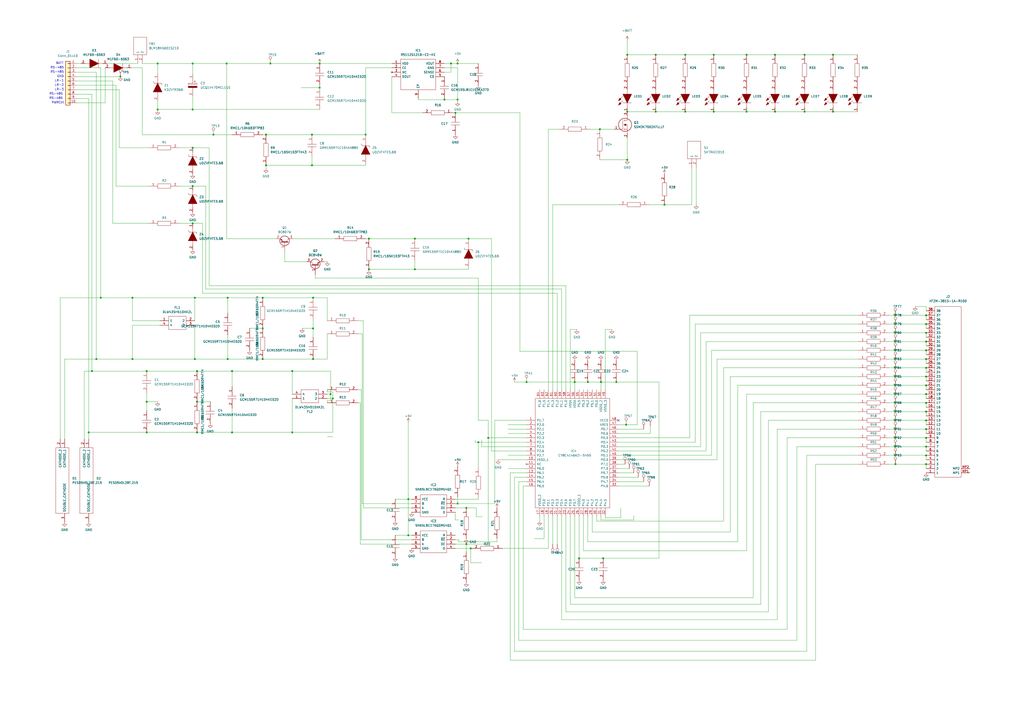
<source format=kicad_sch>
(kicad_sch (version 20211123) (generator eeschema)
  (paper "A2")
  (junction (at 519.43 213.36))
  (junction (at 537.21 203.2))
  (junction (at 537.21 264.16))
  (junction (at 466.725 64.77))
  (junction (at 185.42 36.83))
  (junction (at 537.21 182.88))
  (junction (at 156.845 36.83))
  (junction (at 519.43 233.68))
  (junction (at 76.835 208.28))
  (junction (at 537.21 187.96))
  (junction (at 257.81 57.785))
  (junction (at 537.21 248.92))
  (junction (at 111.76 129.54))
  (junction (at 519.43 259.08))
  (junction (at 114.3 250.825))
  (junction (at 58.42 172.72))
  (junction (at 180.975 78.105))
  (junction (at 134.62 250.825))
  (junction (at 449.58 31.75))
  (junction (at 240.665 138.43))
  (junction (at 213.995 156.21))
  (junction (at 537.21 233.68))
  (junction (at 53.34 215.265))
  (junction (at 134.62 215.265))
  (junction (at 85.09 215.265))
  (junction (at 113.03 172.72))
  (junction (at 537.21 243.84))
  (junction (at 283.21 254))
  (junction (at 152.4 190.5))
  (junction (at 152.4 172.72))
  (junction (at 265.43 36.83))
  (junction (at 69.85 44.45))
  (junction (at 264.16 65.405))
  (junction (at 132.08 172.72))
  (junction (at 414.02 64.77))
  (junction (at 449.58 64.77))
  (junction (at 181.61 190.5))
  (junction (at 537.21 269.24))
  (junction (at 265.43 57.785))
  (junction (at 519.43 203.2))
  (junction (at 380.365 64.77))
  (junction (at 185.42 50.8))
  (junction (at 519.43 187.96))
  (junction (at 537.21 213.36))
  (junction (at 519.43 208.28))
  (junction (at 51.435 250.825))
  (junction (at 169.545 250.825))
  (junction (at 111.76 36.83))
  (junction (at 213.995 138.43))
  (junction (at 385.445 118.745))
  (junction (at 111.76 85.725))
  (junction (at 335.915 323.85))
  (junction (at 483.235 31.75))
  (junction (at 363.855 31.75))
  (junction (at 76.835 172.72))
  (junction (at 340.995 221.615))
  (junction (at 240.665 156.21))
  (junction (at 191.77 228.6))
  (junction (at 85.09 233.045))
  (junction (at 380.365 31.75))
  (junction (at 131.445 36.83))
  (junction (at 169.545 215.265))
  (junction (at 363.855 92.71))
  (junction (at 273.05 318.135))
  (junction (at 519.4797 264.16))
  (junction (at 154.305 95.885))
  (junction (at 270.51 294.64))
  (junction (at 113.03 208.28))
  (junction (at 537.21 223.52))
  (junction (at 414.02 31.75))
  (junction (at 277.495 256.54))
  (junction (at 537.21 259.08))
  (junction (at 363.22 246.38))
  (junction (at 347.98 74.93))
  (junction (at 519.43 238.76))
  (junction (at 349.885 323.85))
  (junction (at 537.21 193.04))
  (junction (at 132.08 208.28))
  (junction (at 397.51 64.77))
  (junction (at 91.44 63.5))
  (junction (at 519.43 218.44))
  (junction (at 333.375 221.615))
  (junction (at 261.62 36.83))
  (junction (at 236.855 310.515))
  (junction (at 519.43 269.24))
  (junction (at 181.61 208.28))
  (junction (at 265.43 292.1))
  (junction (at 466.725 31.75))
  (junction (at 193.04 231.14))
  (junction (at 111.76 63.5))
  (junction (at 271.78 138.43))
  (junction (at 519.43 254))
  (junction (at 181.61 172.72))
  (junction (at 180.975 95.885))
  (junction (at 397.51 31.75))
  (junction (at 537.21 238.76))
  (junction (at 519.43 228.6))
  (junction (at 519.43 198.12))
  (junction (at 270.51 315.595))
  (junction (at 537.21 198.12))
  (junction (at 152.4 208.28))
  (junction (at 357.505 221.615))
  (junction (at 212.09 78.105))
  (junction (at 519.43 243.84))
  (junction (at 123.825 78.105))
  (junction (at 363.855 64.77))
  (junction (at 519.43 248.92))
  (junction (at 236.855 289.56))
  (junction (at 91.44 36.83))
  (junction (at 537.21 208.28))
  (junction (at 111.76 107.95))
  (junction (at 114.3 215.265))
  (junction (at 483.235 64.77))
  (junction (at 537.21 254))
  (junction (at 114.3 233.045))
  (junction (at 433.07 31.75))
  (junction (at 348.615 221.615))
  (junction (at 154.305 78.105))
  (junction (at 85.09 250.825))
  (junction (at 55.88 208.28))
  (junction (at 537.21 218.44))
  (junction (at 305.435 221.615))
  (junction (at 433.07 64.77))
  (junction (at 519.43 223.52))
  (junction (at 519.43 193.04))
  (junction (at 519.43 182.88))
  (junction (at 537.21 228.6))
  (no_connect (at 358.775 243.84))
  (wire (pts (xy 276.225 294.64) (xy 270.51 294.64)))
  (wire (pts (xy 351.155 226.06) (xy 351.155 191.135)))
  (wire (pts (xy 189.865 208.28) (xy 181.61 208.28)))
  (wire (pts (xy 515.62 264.16) (xy 519.4797 264.16)))
  (wire (pts (xy 291.465 318.135) (xy 318.135 318.135)))
  (wire (pts (xy 113.03 188.595) (xy 113.03 208.28)))
  (wire (pts (xy 181.61 172.72) (xy 152.4 172.72)))
  (wire (pts (xy 111.76 85.725) (xy 121.285 85.725)))
  (wire (pts (xy 271.78 156.21) (xy 240.665 156.21)))
  (wire (pts (xy 537.21 223.52) (xy 537.21 226.06)))
  (wire (pts (xy 92.71 188.595) (xy 76.835 188.595)))
  (wire (pts (xy 288.29 314.325) (xy 288.29 312.42)))
  (wire (pts (xy 212.09 78.105) (xy 212.09 79.375)))
  (wire (pts (xy 265.43 36.83) (xy 277.495 36.83)))
  (wire (pts (xy 537.21 187.96) (xy 537.21 190.5)))
  (wire (pts (xy 207.645 186.055) (xy 210.82 186.055)))
  (wire (pts (xy 261.62 36.83) (xy 257.81 36.83)))
  (wire (pts (xy 85.09 233.045) (xy 91.44 233.045)))
  (wire (pts (xy 295.91 274.32) (xy 295.91 382.905)))
  (wire (pts (xy 346.075 299.72) (xy 346.075 302.26)))
  (wire (pts (xy 294.64 264.16) (xy 305.435 264.16)))
  (wire (pts (xy 262.89 65.405) (xy 264.16 65.405)))
  (wire (pts (xy 132.08 208.28) (xy 152.4 208.28)))
  (wire (pts (xy 369.57 203.835) (xy 369.57 246.38)))
  (wire (pts (xy 82.55 78.105) (xy 123.825 78.105)))
  (wire (pts (xy 111.76 55.88) (xy 111.76 63.5)))
  (wire (pts (xy 412.75 264.16) (xy 412.75 203.2)))
  (wire (pts (xy 261.62 41.91) (xy 261.62 36.83)))
  (wire (pts (xy 519.43 248.92) (xy 537.21 248.92)))
  (wire (pts (xy 313.055 302.26) (xy 313.055 299.72)))
  (wire (pts (xy 537.21 182.88) (xy 537.21 185.42)))
  (wire (pts (xy 347.98 92.71) (xy 363.855 92.71)))
  (wire (pts (xy 236.855 289.56) (xy 238.76 289.56)))
  (wire (pts (xy 515.62 248.92) (xy 519.43 248.92)))
  (wire (pts (xy 436.88 233.68) (xy 497.84 233.68)))
  (wire (pts (xy 277.495 289.56) (xy 277.495 288.925)))
  (wire (pts (xy 69.215 85.725) (xy 86.36 85.725)))
  (wire (pts (xy 537.21 233.68) (xy 537.21 236.22)))
  (wire (pts (xy 273.05 326.39) (xy 273.05 318.135)))
  (wire (pts (xy 85.09 250.825) (xy 114.3 250.825)))
  (wire (pts (xy 294.64 271.78) (xy 305.435 271.78)))
  (wire (pts (xy 121.285 165.735) (xy 121.285 85.725)))
  (wire (pts (xy 210.185 193.675) (xy 210.185 292.1)))
  (wire (pts (xy 169.545 250.825) (xy 193.04 250.825)))
  (wire (pts (xy 338.455 299.72) (xy 338.455 319.405)))
  (wire (pts (xy 515.62 254) (xy 519.43 254)))
  (wire (pts (xy 160.02 138.43) (xy 131.445 138.43)))
  (wire (pts (xy 264.16 301.625) (xy 266.065 301.625)))
  (wire (pts (xy 462.28 259.08) (xy 497.84 259.08)))
  (wire (pts (xy 44.45 46.99) (xy 65.405 46.99)))
  (wire (pts (xy 519.43 213.36) (xy 537.21 213.36)))
  (wire (pts (xy 335.915 299.72) (xy 335.915 323.85)))
  (wire (pts (xy 358.775 251.46) (xy 377.19 251.46)))
  (wire (pts (xy 134.62 236.855) (xy 134.62 250.825)))
  (wire (pts (xy 351.155 300.355) (xy 360.045 300.355)))
  (wire (pts (xy 207.645 233.68) (xy 208.915 233.68)))
  (wire (pts (xy 401.32 97.155) (xy 401.32 118.745)))
  (wire (pts (xy 189.865 231.14) (xy 193.04 231.14)))
  (wire (pts (xy 62.23 36.83) (xy 80.01 36.83)))
  (wire (pts (xy 349.885 323.85) (xy 382.27 323.85)))
  (wire (pts (xy 209.55 313.055) (xy 209.55 226.06)))
  (wire (pts (xy 117.475 170.18) (xy 117.475 129.54)))
  (wire (pts (xy 423.545 218.44) (xy 497.84 218.44)))
  (wire (pts (xy 340.995 314.325) (xy 427.99 314.325)))
  (wire (pts (xy 537.21 254) (xy 537.21 256.54)))
  (wire (pts (xy 132.08 172.72) (xy 132.08 181.61)))
  (wire (pts (xy 227.33 65.405) (xy 245.11 65.405)))
  (wire (pts (xy 343.535 299.72) (xy 343.535 308.61)))
  (wire (pts (xy 537.21 213.36) (xy 537.21 215.9)))
  (wire (pts (xy 330.835 226.06) (xy 330.835 191.135)))
  (wire (pts (xy 358.775 274.32) (xy 367.665 274.32)))
  (wire (pts (xy 330.835 299.72) (xy 330.835 350.52)))
  (wire (pts (xy 330.835 191.135) (xy 334.645 191.135)))
  (wire (pts (xy 257.81 57.15) (xy 257.81 57.785)))
  (wire (pts (xy 519.43 228.6) (xy 537.21 228.6)))
  (wire (pts (xy 174.625 50.8) (xy 185.42 50.8)))
  (wire (pts (xy 519.43 238.76) (xy 537.21 238.76)))
  (wire (pts (xy 298.45 221.615) (xy 305.435 221.615)))
  (wire (pts (xy 340.995 221.615) (xy 348.615 221.615)))
  (wire (pts (xy 537.21 243.84) (xy 537.21 246.38)))
  (wire (pts (xy 436.88 346.71) (xy 436.88 233.68)))
  (wire (pts (xy 358.775 259.08) (xy 406.4 259.08)))
  (wire (pts (xy 519.43 269.24) (xy 537.21 269.24)))
  (wire (pts (xy 515.62 193.04) (xy 519.43 193.04)))
  (wire (pts (xy 315.595 312.42) (xy 309.88 312.42)))
  (wire (pts (xy 300.99 279.4) (xy 300.99 371.475)))
  (wire (pts (xy 238.76 315.595) (xy 208.915 315.595)))
  (wire (pts (xy 65.405 129.54) (xy 86.36 129.54)))
  (wire (pts (xy 58.42 39.37) (xy 58.42 172.72)))
  (wire (pts (xy 69.215 52.07) (xy 69.215 85.725)))
  (wire (pts (xy 515.62 182.88) (xy 519.43 182.88)))
  (wire (pts (xy 338.455 319.405) (xy 433.07 319.405)))
  (wire (pts (xy 266.065 313.055) (xy 266.065 314.325)))
  (wire (pts (xy 515.62 238.76) (xy 519.43 238.76)))
  (wire (pts (xy 466.725 64.77) (xy 483.235 64.77)))
  (wire (pts (xy 191.77 228.6) (xy 191.77 215.265)))
  (wire (pts (xy 238.76 313.055) (xy 209.55 313.055)))
  (wire (pts (xy 519.43 218.44) (xy 537.21 218.44)))
  (wire (pts (xy 104.14 129.54) (xy 111.76 129.54)))
  (wire (pts (xy 351.155 299.72) (xy 351.155 300.355)))
  (wire (pts (xy 76.835 172.72) (xy 76.835 186.055)))
  (wire (pts (xy 519.43 259.08) (xy 537.21 259.08)))
  (wire (pts (xy 397.51 31.75) (xy 414.02 31.75)))
  (wire (pts (xy 441.325 350.52) (xy 441.325 238.76)))
  (wire (pts (xy 265.43 36.83) (xy 261.62 36.83)))
  (wire (pts (xy 113.03 172.72) (xy 76.835 172.72)))
  (wire (pts (xy 189.865 172.72) (xy 181.61 172.72)))
  (wire (pts (xy 294.64 248.92) (xy 305.435 248.92)))
  (wire (pts (xy 403.86 97.155) (xy 403.86 118.745)))
  (wire (pts (xy 519.43 187.96) (xy 537.21 187.96)))
  (wire (pts (xy 276.225 299.72) (xy 276.225 294.64)))
  (wire (pts (xy 271.78 138.43) (xy 240.665 138.43)))
  (wire (pts (xy 369.57 246.38) (xy 363.22 246.38)))
  (wire (pts (xy 44.45 52.07) (xy 69.215 52.07)))
  (wire (pts (xy 515.62 203.2) (xy 519.43 203.2)))
  (wire (pts (xy 537.21 228.6) (xy 537.21 231.14)))
  (wire (pts (xy 537.21 238.76) (xy 537.21 241.3)))
  (wire (pts (xy 397.51 64.77) (xy 414.02 64.77)))
  (wire (pts (xy 37.465 254.635) (xy 37.465 208.28)))
  (wire (pts (xy 265.43 292.1) (xy 287.02 292.1)))
  (wire (pts (xy 467.995 264.16) (xy 497.84 264.16)))
  (wire (pts (xy 266.065 314.325) (xy 288.29 314.325)))
  (wire (pts (xy 515.62 213.36) (xy 519.43 213.36)))
  (wire (pts (xy 208.915 315.595) (xy 208.915 233.68)))
  (wire (pts (xy 207.645 226.06) (xy 209.55 226.06)))
  (wire (pts (xy 210.82 186.055) (xy 210.82 294.64)))
  (wire (pts (xy 305.435 274.32) (xy 295.91 274.32)))
  (wire (pts (xy 113.03 172.72) (xy 113.03 186.055)))
  (wire (pts (xy 48.895 215.265) (xy 53.34 215.265)))
  (wire (pts (xy 483.235 31.75) (xy 497.205 31.75)))
  (wire (pts (xy 280.035 299.72) (xy 276.225 299.72)))
  (wire (pts (xy 67.31 107.95) (xy 86.36 107.95)))
  (wire (pts (xy 44.45 39.37) (xy 58.42 39.37)))
  (wire (pts (xy 44.45 36.83) (xy 46.99 36.83)))
  (wire (pts (xy 449.58 64.77) (xy 466.725 64.77)))
  (wire (pts (xy 305.435 221.615) (xy 333.375 221.615)))
  (wire (pts (xy 271.78 138.43) (xy 271.78 139.7)))
  (wire (pts (xy 515.62 259.08) (xy 519.43 259.08)))
  (wire (pts (xy 264.16 313.055) (xy 266.065 313.055)))
  (wire (pts (xy 519.43 208.28) (xy 537.21 208.28)))
  (wire (pts (xy 85.09 215.265) (xy 114.3 215.265)))
  (wire (pts (xy 358.775 264.16) (xy 412.75 264.16)))
  (wire (pts (xy 433.07 228.6) (xy 497.84 228.6)))
  (wire (pts (xy 303.53 281.94) (xy 303.53 365.125)))
  (wire (pts (xy 91.44 63.5) (xy 91.44 58.42)))
  (wire (pts (xy 229.235 310.515) (xy 236.855 310.515)))
  (wire (pts (xy 433.07 31.75) (xy 449.58 31.75)))
  (wire (pts (xy 320.675 315.595) (xy 320.675 299.72)))
  (wire (pts (xy 91.44 36.83) (xy 82.55 36.83)))
  (wire (pts (xy 403.225 187.96) (xy 497.84 187.96)))
  (wire (pts (xy 406.4 259.08) (xy 406.4 193.04)))
  (wire (pts (xy 123.825 78.105) (xy 134.62 78.105)))
  (wire (pts (xy 270.51 315.595) (xy 264.16 315.595)))
  (wire (pts (xy 91.44 43.18) (xy 91.44 36.83)))
  (wire (pts (xy 257.81 41.91) (xy 261.62 41.91)))
  (wire (pts (xy 111.76 36.83) (xy 91.44 36.83)))
  (wire (pts (xy 58.42 172.72) (xy 34.925 172.72)))
  (wire (pts (xy 114.3 215.265) (xy 134.62 215.265)))
  (wire (pts (xy 537.21 269.24) (xy 537.21 271.78)))
  (wire (pts (xy 363.855 92.71) (xy 363.855 80.01)))
  (wire (pts (xy 346.075 302.26) (xy 419.735 302.26)))
  (wire (pts (xy 445.77 354.965) (xy 445.77 243.84)))
  (wire (pts (xy 537.21 218.44) (xy 537.21 220.98)))
  (wire (pts (xy 441.325 238.76) (xy 497.84 238.76)))
  (wire (pts (xy 60.96 39.37) (xy 60.96 59.69)))
  (wire (pts (xy 515.62 243.84) (xy 519.43 243.84)))
  (wire (pts (xy 412.75 203.2) (xy 497.84 203.2)))
  (wire (pts (xy 212.09 39.37) (xy 212.09 78.105)))
  (wire (pts (xy 358.775 279.4) (xy 373.38 279.4)))
  (wire (pts (xy 288.925 266.7) (xy 305.435 266.7)))
  (wire (pts (xy 360.045 294.64) (xy 360.045 300.355)))
  (wire (pts (xy 227.33 44.45) (xy 227.33 65.405)))
  (wire (pts (xy 325.755 299.72) (xy 325.755 359.41)))
  (wire (pts (xy 229.235 289.56) (xy 236.855 289.56)))
  (wire (pts (xy 238.76 292.1) (xy 210.185 292.1)))
  (wire (pts (xy 333.375 221.615) (xy 340.995 221.615)))
  (wire (pts (xy 328.295 165.735) (xy 121.285 165.735)))
  (wire (pts (xy 189.865 193.675) (xy 189.865 208.28)))
  (wire (pts (xy 333.375 346.71) (xy 436.88 346.71)))
  (wire (pts (xy 377.19 251.46) (xy 377.19 247.015)))
  (wire (pts (xy 305.435 281.94) (xy 303.53 281.94)))
  (wire (pts (xy 298.45 276.86) (xy 298.45 377.825)))
  (wire (pts (xy 154.305 95.885) (xy 180.975 95.885)))
  (wire (pts (xy 294.64 246.38) (xy 305.435 246.38)))
  (wire (pts (xy 473.075 269.24) (xy 497.84 269.24)))
  (wire (pts (xy 58.42 172.72) (xy 76.835 172.72)))
  (wire (pts (xy 76.835 188.595) (xy 76.835 208.28)))
  (wire (pts (xy 305.435 276.86) (xy 298.45 276.86)))
  (wire (pts (xy 315.595 299.72) (xy 315.595 312.42)))
  (wire (pts (xy 467.995 377.825) (xy 467.995 264.16)))
  (wire (pts (xy 427.99 223.52) (xy 497.84 223.52)))
  (wire (pts (xy 191.77 228.6) (xy 191.77 232.41)))
  (wire (pts (xy 318.135 226.06) (xy 318.135 74.93)))
  (wire (pts (xy 357.505 221.615) (xy 382.27 221.615)))
  (wire (pts (xy 152.4 78.105) (xy 154.305 78.105)))
  (wire (pts (xy 111.76 107.95) (xy 119.38 107.95)))
  (wire (pts (xy 427.99 314.325) (xy 427.99 223.52)))
  (wire (pts (xy 423.545 308.61) (xy 423.545 218.44)))
  (wire (pts (xy 257.81 39.37) (xy 265.43 39.37)))
  (wire (pts (xy 519.4797 264.16) (xy 537.21 264.16)))
  (wire (pts (xy 515.62 218.44) (xy 519.43 218.44)))
  (wire (pts (xy 264.16 65.405) (xy 301.625 65.405)))
  (wire (pts (xy 515.62 208.28) (xy 519.43 208.28)))
  (wire (pts (xy 236.855 310.515) (xy 236.855 289.56)))
  (wire (pts (xy 264.16 318.135) (xy 273.05 318.135)))
  (wire (pts (xy 328.295 226.06) (xy 328.295 165.735)))
  (wire (pts (xy 348.615 221.615) (xy 357.505 221.615)))
  (wire (pts (xy 189.865 227.33) (xy 189.865 226.06)))
  (wire (pts (xy 132.08 194.31) (xy 132.08 208.28)))
  (wire (pts (xy 270.51 320.04) (xy 270.51 315.595)))
  (wire (pts (xy 85.09 233.045) (xy 85.09 227.965)))
  (wire (pts (xy 227.33 39.37) (xy 212.09 39.37)))
  (wire (pts (xy 104.14 85.725) (xy 111.76 85.725)))
  (wire (pts (xy 213.995 156.21) (xy 213.995 156.845)))
  (wire (pts (xy 270.51 315.595) (xy 283.21 315.595)))
  (wire (pts (xy 515.62 233.68) (xy 519.43 233.68)))
  (wire (pts (xy 180.975 90.805) (xy 180.975 95.885)))
  (wire (pts (xy 537.21 177.8) (xy 537.21 180.34)))
  (wire (pts (xy 301.625 203.835) (xy 369.57 203.835)))
  (wire (pts (xy 134.62 250.825) (xy 169.545 250.825)))
  (wire (pts (xy 400.05 254) (xy 400.05 182.88)))
  (wire (pts (xy 189.865 228.6) (xy 191.77 228.6)))
  (wire (pts (xy 318.135 318.135) (xy 318.135 299.72)))
  (wire (pts (xy 335.915 323.85) (xy 349.885 323.85)))
  (wire (pts (xy 367.665 301.625) (xy 367.665 299.085)))
  (wire (pts (xy 323.215 315.595) (xy 323.215 299.72)))
  (wire (pts (xy 156.845 36.83) (xy 185.42 36.83)))
  (wire (pts (xy 152.4 208.28) (xy 181.61 208.28)))
  (wire (pts (xy 343.535 308.61) (xy 423.545 308.61)))
  (wire (pts (xy 519.43 203.2) (xy 537.21 203.2)))
  (wire (pts (xy 189.865 151.765) (xy 187.96 151.765)))
  (wire (pts (xy 400.05 182.88) (xy 497.84 182.88)))
  (wire (pts (xy 273.05 318.135) (xy 273.685 318.135)))
  (wire (pts (xy 154.305 97.79) (xy 154.305 95.885)))
  (wire (pts (xy 207.645 193.675) (xy 210.185 193.675)))
  (wire (pts (xy 91.44 64.135) (xy 91.44 63.5)))
  (wire (pts (xy 419.735 302.26) (xy 419.735 213.36)))
  (wire (pts (xy 111.76 129.54) (xy 117.475 129.54)))
  (wire (pts (xy 180.975 78.105) (xy 212.09 78.105)))
  (wire (pts (xy 318.135 74.93) (xy 324.485 74.93)))
  (wire (pts (xy 67.31 49.53) (xy 67.31 107.95)))
  (wire (pts (xy 169.545 231.14) (xy 169.545 250.825)))
  (wire (pts (xy 238.76 310.515) (xy 236.855 310.515)))
  (wire (pts (xy 283.21 243.84) (xy 283.21 254)))
  (wire (pts (xy 44.45 57.15) (xy 51.435 57.15)))
  (wire (pts (xy 277.495 256.54) (xy 305.435 256.54)))
  (wire (pts (xy 132.08 172.72) (xy 113.03 172.72)))
  (wire (pts (xy 358.775 256.54) (xy 403.225 256.54)))
  (wire (pts (xy 358.775 276.86) (xy 370.205 276.86)))
  (wire (pts (xy 212.09 138.43) (xy 213.995 138.43)))
  (wire (pts (xy 236.855 245.11) (xy 236.855 289.56)))
  (wire (pts (xy 264.16 297.18) (xy 264.16 301.625)))
  (wire (pts (xy 323.215 170.18) (xy 117.475 170.18)))
  (wire (pts (xy 328.295 299.72) (xy 328.295 354.965)))
  (wire (pts (xy 154.305 78.105) (xy 180.975 78.105)))
  (wire (pts (xy 44.45 54.61) (xy 53.34 54.61)))
  (wire (pts (xy 433.07 64.77) (xy 449.58 64.77)))
  (wire (pts (xy 131.445 36.83) (xy 131.445 138.43)))
  (wire (pts (xy 181.61 190.5) (xy 175.26 190.5)))
  (wire (pts (xy 92.71 186.055) (xy 76.835 186.055)))
  (wire (pts (xy 519.43 233.68) (xy 537.21 233.68)))
  (wire (pts (xy 264.16 292.1) (xy 265.43 292.1)))
  (wire (pts (xy 193.04 253.365) (xy 189.865 253.365)))
  (wire (pts (xy 44.45 44.45) (xy 69.85 44.45)))
  (wire (pts (xy 65.405 46.99) (xy 65.405 129.54)))
  (wire (pts (xy 279.4 259.08) (xy 305.435 259.08)))
  (wire (pts (xy 111.76 63.5) (xy 185.42 63.5)))
  (wire (pts (xy 285.115 261.62) (xy 305.435 261.62)))
  (wire (pts (xy 348.615 226.06) (xy 348.615 221.615)))
  (wire (pts (xy 44.45 41.91) (xy 55.88 41.91)))
  (wire (pts (xy 515.62 198.12) (xy 519.43 198.12)))
  (wire (pts (xy 265.43 57.785) (xy 265.43 59.055)))
  (wire (pts (xy 380.365 31.75) (xy 397.51 31.75)))
  (wire (pts (xy 358.775 271.78) (xy 365.125 271.78)))
  (wire (pts (xy 85.09 238.125) (xy 85.09 233.045)))
  (wire (pts (xy 380.365 64.77) (xy 397.51 64.77)))
  (wire (pts (xy 358.775 269.24) (xy 362.585 269.24)))
  (wire (pts (xy 348.615 301.625) (xy 367.665 301.625)))
  (wire (pts (xy 111.76 36.83) (xy 131.445 36.83)))
  (wire (pts (xy 449.58 31.75) (xy 466.725 31.75)))
  (wire (pts (xy 134.62 215.265) (xy 134.62 224.155)))
  (wire (pts (xy 185.42 50.8) (xy 185.42 49.53)))
  (wire (pts (xy 351.155 191.135) (xy 354.965 191.135)))
  (wire (pts (xy 519.43 182.88) (xy 537.21 182.88)))
  (wire (pts (xy 358.775 254) (xy 400.05 254)))
  (wire (pts (xy 433.07 319.405) (xy 433.07 228.6)))
  (wire (pts (xy 279.4 255.27) (xy 279.4 259.08)))
  (wire (pts (xy 537.21 264.16) (xy 537.21 266.7)))
  (wire (pts (xy 111.76 43.18) (xy 111.76 36.83)))
  (wire (pts (xy 340.995 299.72) (xy 340.995 314.325)))
  (wire (pts (xy 193.04 227.33) (xy 189.865 227.33)))
  (wire (pts (xy 515.62 187.96) (xy 519.43 187.96)))
  (wire (pts (xy 537.21 193.04) (xy 537.21 195.58)))
  (wire (pts (xy 333.375 226.06) (xy 333.375 221.615)))
  (wire (pts (xy 519.43 223.52) (xy 537.21 223.52)))
  (wire (pts (xy 104.14 107.95) (xy 111.76 107.95)))
  (wire (pts (xy 91.44 63.5) (xy 111.76 63.5)))
  (wire (pts (xy 466.725 31.75) (xy 483.235 31.75)))
  (wire (pts (xy 519.43 254) (xy 537.21 254)))
  (wire (pts (xy 181.61 195.58) (xy 181.61 190.5)))
  (wire (pts (xy 325.755 226.06) (xy 325.755 167.64)))
  (wire (pts (xy 363.855 31.75) (xy 380.365 31.75)))
  (wire (pts (xy 294.64 251.46) (xy 305.435 251.46)))
  (wire (pts (xy 213.995 156.21) (xy 240.665 156.21)))
  (wire (pts (xy 193.04 231.14) (xy 193.04 227.33)))
  (wire (pts (xy 34.925 172.72) (xy 34.925 254.635)))
  (wire (pts (xy 181.61 190.5) (xy 181.61 185.42)))
  (wire (pts (xy 238.76 294.64) (xy 210.82 294.64)))
  (wire (pts (xy 537.21 203.2) (xy 537.21 205.74)))
  (wire (pts (xy 265.43 39.37) (xy 265.43 57.785)))
  (wire (pts (xy 240.665 151.13) (xy 240.665 156.21)))
  (wire (pts (xy 275.59 255.27) (xy 275.59 256.54)))
  (wire (pts (xy 473.075 382.905) (xy 473.075 269.24)))
  (wire (pts (xy 530.86 177.8) (xy 537.21 177.8)))
  (wire (pts (xy 134.62 215.265) (xy 169.545 215.265)))
  (wire (pts (xy 177.8 151.765) (xy 165.1 151.765)))
  (wire (pts (xy 242.57 57.785) (xy 242.57 57.15)))
  (wire (pts (xy 403.225 256.54) (xy 403.225 187.96)))
  (wire (pts (xy 265.43 288.29) (xy 265.43 292.1)))
  (wire (pts (xy 134.62 250.825) (xy 114.3 250.825)))
  (wire (pts (xy 385.445 118.745) (xy 401.32 118.745)))
  (wire (pts (xy 320.675 118.745) (xy 358.775 118.745)))
  (wire (pts (xy 113.03 208.28) (xy 76.835 208.28)))
  (wire (pts (xy 450.85 248.92) (xy 497.84 248.92)))
  (wire (pts (xy 55.88 41.91) (xy 55.88 208.28)))
  (wire (pts (xy 44.45 49.53) (xy 67.31 49.53)))
  (wire (pts (xy 170.18 138.43) (xy 194.31 138.43)))
  (wire (pts (xy 450.85 359.41) (xy 450.85 248.92)))
  (wire (pts (xy 325.755 359.41) (xy 450.85 359.41)))
  (wire (pts (xy 519.43 193.04) (xy 537.21 193.04)))
  (wire (pts (xy 182.88 161.29) (xy 277.495 161.29)))
  (wire (pts (xy 409.575 198.12) (xy 497.84 198.12)))
  (wire (pts (xy 328.295 354.965) (xy 445.77 354.965)))
  (wire (pts (xy 275.59 256.54) (xy 277.495 256.54)))
  (wire (pts (xy 333.375 299.72) (xy 333.375 346.71)))
  (wire (pts (xy 298.45 377.825) (xy 467.995 377.825)))
  (wire (pts (xy 271.78 154.94) (xy 271.78 156.21)))
  (wire (pts (xy 445.77 243.84) (xy 497.84 243.84)))
  (wire (pts (xy 537.21 259.08) (xy 537.21 261.62)))
  (wire (pts (xy 295.91 382.905) (xy 473.075 382.905)))
  (wire (pts (xy 169.545 215.265) (xy 191.77 215.265)))
  (wire (pts (xy 144.78 190.5) (xy 152.4 190.5)))
  (wire (pts (xy 257.81 57.785) (xy 242.57 57.785)))
  (wire (pts (xy 165.1 151.765) (xy 165.1 146.05)))
  (wire (pts (xy 414.02 64.77) (xy 433.07 64.77)))
  (wire (pts (xy 212.09 94.615) (xy 212.09 95.885)))
  (wire (pts (xy 132.08 208.28) (xy 113.03 208.28)))
  (wire (pts (xy 48.895 254.635) (xy 48.895 215.265)))
  (wire (pts (xy 415.925 266.7) (xy 415.925 208.28)))
  (wire (pts (xy 406.4 193.04) (xy 497.84 193.04)))
  (wire (pts (xy 169.545 215.265) (xy 169.545 228.6)))
  (wire (pts (xy 212.09 95.885) (xy 180.975 95.885)))
  (wire (pts (xy 537.21 208.28) (xy 537.21 210.82)))
  (wire (pts (xy 330.835 350.52) (xy 441.325 350.52)))
  (wire (pts (xy 519.43 198.12) (xy 537.21 198.12)))
  (wire (pts (xy 376.555 118.745) (xy 385.445 118.745)))
  (wire (pts (xy 301.625 65.405) (xy 301.625 203.835)))
  (wire (pts (xy 363.855 23.495) (xy 363.855 31.75)))
  (wire (pts (xy 51.435 254.635) (xy 51.435 250.825)))
  (wire (pts (xy 279.4 326.39) (xy 273.05 326.39)))
  (wire (pts (xy 462.28 371.475) (xy 462.28 259.08)))
  (wire (pts (xy 358.775 261.62) (xy 409.575 261.62)))
  (wire (pts (xy 264.16 289.56) (xy 277.495 289.56)))
  (wire (pts (xy 456.565 254) (xy 497.84 254)))
  (wire (pts (xy 285.115 261.62) (xy 285.115 138.43)))
  (wire (pts (xy 264.16 294.64) (xy 270.51 294.64)))
  (wire (pts (xy 358.775 246.38) (xy 363.22 246.38)))
  (wire (pts (xy 515.62 223.52) (xy 519.43 223.52)))
  (wire (pts (xy 515.62 228.6) (xy 519.43 228.6)))
  (wire (pts (xy 409.575 261.62) (xy 409.575 198.12)))
  (wire (pts (xy 287.02 243.84) (xy 287.02 292.1)))
  (wire (pts (xy 414.02 31.75) (xy 433.07 31.75)))
  (wire (pts (xy 53.34 54.61) (xy 53.34 215.265)))
  (wire (pts (xy 277.495 243.84) (xy 283.21 243.84)))
  (wire (pts (xy 287.02 243.84) (xy 305.435 243.84)))
  (wire (pts (xy 323.215 226.06) (xy 323.215 170.18)))
  (wire (pts (xy 363.855 64.77) (xy 380.365 64.77)))
  (wire (pts (xy 348.615 299.72) (xy 348.615 301.625)))
  (wire (pts (xy 415.925 208.28) (xy 497.84 208.28)))
  (wire (pts (xy 303.53 365.125) (xy 456.565 365.125)))
  (wire (pts (xy 191.77 232.41) (xy 189.865 232.41)))
  (wire (pts (xy 382.27 323.85) (xy 382.27 221.615)))
  (wire (pts (xy 265.43 57.785) (xy 257.81 57.785)))
  (wire (pts (xy 53.34 215.265) (xy 85.09 215.265)))
  (wire (pts (xy 114.3 233.045) (xy 121.92 233.045)))
  (wire (pts (xy 60.96 59.69) (xy 44.45 59.69)))
  (wire (pts (xy 358.775 266.7) (xy 415.925 266.7)))
  (wire (pts (xy 119.38 167.64) (xy 119.38 107.95)))
  (wire (pts (xy 515.62 269.24) (xy 519.43 269.24)))
  (wire (pts (xy 131.445 36.83) (xy 156.845 36.83)))
  (wire (pts (xy 189.865 232.41) (xy 189.865 233.68)))
  (wire (pts (xy 519.43 243.84) (xy 537.21 243.84)))
  (wire (pts (xy 37.465 208.28) (xy 55.88 208.28)))
  (wire (pts (xy 456.565 365.125) (xy 456.565 254)))
  (wire (pts (xy 277.495 243.84) (xy 277.495 161.29)))
  (wire (pts (xy 285.115 138.43) (xy 271.78 138.43)))
  (wire (pts (xy 152.4 172.72) (xy 132.08 172.72)))
  (wire (pts (xy 55.88 208.28) (xy 76.835 208.28)))
  (wire (pts (xy 189.865 186.055) (xy 189.865 172.72)))
  (wire (pts (xy 325.755 167.64) (xy 119.38 167.64)))
  (wire (pts (xy 537.21 198.12) (xy 537.21 200.66)))
  (wire (pts (xy 51.435 57.15) (xy 51.435 250.825)))
  (wire (pts (xy 51.435 250.825) (xy 85.09 250.825)))
  (wire (pts (xy 193.04 231.14) (xy 193.04 250.825)))
  (wire (pts (xy 342.265 74.93) (xy 347.98 74.93)))
  (wire (pts (xy 76.2 39.37) (xy 82.55 39.37)))
  (wire (pts (xy 537.21 248.92) (xy 537.21 251.46)))
  (wire (pts (xy 483.235 64.77) (xy 497.205 64.77)))
  (wire (pts (xy 283.21 254) (xy 305.435 254)))
  (wire (pts (xy 419.735 213.36) (xy 497.84 213.36)))
  (wire (pts (xy 373.38 248.92) (xy 358.775 248.92)))
  (wire (pts (xy 213.995 138.43) (xy 240.665 138.43)))
  (wire (pts (xy 283.21 254) (xy 283.21 315.595)))
  (wire (pts (xy 277.495 271.145) (xy 277.495 256.54)))
  (wire (pts (xy 300.99 371.475) (xy 462.28 371.475)))
  (wire (pts (xy 185.42 36.83) (xy 227.33 36.83)))
  (wire (pts (xy 82.55 39.37) (xy 82.55 78.105)))
  (wire (pts (xy 347.98 74.93) (xy 356.235 74.93)))
  (wire (pts (xy 305.435 279.4) (xy 300.99 279.4)))
  (wire (pts (xy 376.555 281.94) (xy 358.775 281.94)))
  (wire (pts (xy 320.675 226.06) (xy 320.675 118.745)))
  (wire (pts (xy 182.88 159.385) (xy 182.88 161.29)))
  (text "RS-485\n" (at 28.575 57.785 0) (effects (font (size 1.27 1.27)) (justify left bottom)))
  (text "RS-485\n" (at 28.575 55.245 0) (effects (font (size 1.27 1.27)) (justify left bottom)))
  (text "BATT" (at 32.385 37.465 0) (effects (font (size 1.27 1.27)) (justify left bottom)))
  (text "RS-485\n" (at 29.21 40.005 0) (effects (font (size 1.27 1.27)) (justify left bottom)))
  (text "LR-1" (at 31.75 47.625 0) (effects (font (size 1.27 1.27)) (justify left bottom)))
  (text "RS-485\n" (at 29.21 42.545 0) (effects (font (size 1.27 1.27)) (justify left bottom)))
  (text "LR-2" (at 31.75 50.165 0) (effects (font (size 1.27 1.27)) (justify left bottom)))
  (text "LR-3" (at 31.75 52.705 0) (effects (font (size 1.27 1.27)) (justify left bottom)))
  (text "GND\n" (at 33.02 45.085 0) (effects (font (size 1.27 1.27)) (justify left bottom)))
  (text "PWRCtrl" (at 29.845 60.325 0) (effects (font (size 1.27 1.27)) (justify left bottom)))
  (symbol (lib_id "Transistor_BJT:BC848W") (at 182.88 154.305 90) (unit 1)
    (property "Reference" "Q2" (at 182.88 145.415 90))
    (property "Value" "BC848W" (at 182.88 147.955 90))
    (property "Footprint" "Package_TO_SOT_SMD:SOT-323_SC-70" (effects hide))
    (property "Datasheet" "http://www.infineon.com/dgdl/Infineon-BC847SERIES_BC848SERIES_BC849SERIES_BC850SERIES-DS-v01_01-en.pdf?fileId=db3a304314dca389011541d4630a1657" (effects hide))
  )
  (symbol (lib_id "power:GND") (at 334.645 191.135 0) (unit 1)
    (property "Reference" "#PWR033" (effects hide))
    (property "Value" "GND" (at 334.645 195.58 0))
  )
  (symbol (lib_id "Connector:TestPoint") (at 519.43 228.6 0) (unit 1)
    (property "Reference" "TP86" (at 518.16 223.52 0) (effects (justify left)))
    (property "Value" "TestPoint" (effects hide))
    (property "Footprint" "SamacSys_Parts:TestPoint_Pad_D0.5mm" (effects hide))
  )
  (symbol (lib_id "Connector:TestPoint") (at 519.43 198.12 0) (unit 1)
    (property "Reference" "TP80" (at 518.16 193.04 0) (effects (justify left)))
    (property "Value" "TestPoint" (effects hide))
    (property "Footprint" "SamacSys_Parts:TestPoint_Pad_D0.5mm" (effects hide))
  )
  (symbol (lib_id "Connector:TestPoint") (at 519.4797 264.16 0) (unit 1)
    (property "Reference" "TP94" (at 518.2097 259.08 0) (effects (justify left)))
    (property "Value" "TestPoint" (effects hide))
    (property "Footprint" "SamacSys_Parts:TestPoint_Pad_D0.5mm" (effects hide))
  )
  (symbol (lib_id "SamacSys_Parts:RMC16K270FTP") (at 189.865 193.675 0) (unit 1)
    (property "Reference" "R11" (at 198.755 190.5 0))
    (property "Value" "RMC16K270FTP" (effects hide))
    (property "Footprint" "RESC1608X55N" (effects hide))
    (property "Datasheet" "https://www.mouser.jp/datasheet/2/210/kamaya_products_RMC__english_20170424_100617-1524908.pdf" (effects hide))
    (property "Description" "Thick Film Resistors - SMD 27 Ohms 1% 1.0A AEC-Q200" (effects hide))
    (property "Height" "0.55" (effects hide))
    (property "Manufacturer_Name" "Kamaya" (effects hide))
    (property "Manufacturer_Part_Number" "RMC16K270FTP" (effects hide))
  )
  (symbol (lib_id "SamacSys_Parts:ERJ-6ENF1502V") (at 433.07 31.75 270) (unit 1)
    (property "Reference" "R31" (at 435.61 39.3699 90) (effects (justify left)))
    (property "Value" "ERJ-6ENF1502V" (effects hide))
    (property "Footprint" "ERJ6ENF1000V" (effects hide))
    (property "Datasheet" "https://industrial.panasonic.com/cdbs/www-data/pdf/RDA0000/AOA0000C84.pdf" (effects hide))
    (property "Description" "Precision Thick Film Chip Resistor, 0805, 0.125W" (effects hide))
    (property "Height" "0.7" (effects hide))
    (property "Mouser Part Number" "667-ERJ-6ENF1502V" (effects hide))
    (property "Mouser Price/Stock" "https://www.mouser.co.uk/ProductDetail/Panasonic/ERJ-6ENF1502V?qs=4WZYzuGhm5rbx2hm6yWLdA%3D%3D" (effects hide))
    (property "Manufacturer_Name" "Panasonic" (effects hide))
    (property "Manufacturer_Part_Number" "ERJ-6ENF1502V" (effects hide))
  )
  (symbol (lib_id "SamacSys_Parts:UDZVFHTE-175.6B") (at 111.76 85.725 270) (unit 1)
    (property "Reference" "Z2" (at 115.57 92.0749 90) (effects (justify left)))
    (property "Value" "UDZVFHTE5.6B" (at 115.57 94.6149 90) (effects (justify left)))
    (property "Footprint" "SODFL2512X90N" (effects hide))
    (property "Datasheet" "https://componentsearchengine.com/Datasheets/2/UDZVFHTE-175.6B.pdf" (effects hide))
    (property "Description" "ROHM - UDZVFHTE-175.6B - Zener Single Diode, 5.6 V, 200 mW, SOD-323FL, 2 Pins, 150 C" (effects hide))
    (property "Height" "0.9" (effects hide))
    (property "Mouser Part Number" "755-UDZVFHTE-175.6B" (effects hide))
    (property "Mouser Price/Stock" "https://www.mouser.com/Search/Refine.aspx?Keyword=755-UDZVFHTE-175.6B" (effects hide))
    (property "Manufacturer_Name" "ROHM Semiconductor" (effects hide))
    (property "Manufacturer_Part_Number" "UDZVFHTE-175.6B" (effects hide))
  )
  (symbol (lib_id "SamacSys_Parts:UDZVFHTE-175.6B") (at 271.78 139.7 270) (unit 1)
    (property "Reference" "Z6" (at 275.59 146.0499 90) (effects (justify left)))
    (property "Value" "UDZVFHTE5.6B" (at 275.59 148.5899 90) (effects (justify left)))
    (property "Footprint" "SODFL2512X90N" (effects hide))
    (property "Datasheet" "https://componentsearchengine.com/Datasheets/2/UDZVFHTE-175.6B.pdf" (effects hide))
    (property "Description" "ROHM - UDZVFHTE-175.6B - Zener Single Diode, 5.6 V, 200 mW, SOD-323FL, 2 Pins, 150 C" (effects hide))
    (property "Height" "0.9" (effects hide))
    (property "Mouser Part Number" "755-UDZVFHTE-175.6B" (effects hide))
    (property "Mouser Price/Stock" "https://www.mouser.com/Search/Refine.aspx?Keyword=755-UDZVFHTE-175.6B" (effects hide))
    (property "Manufacturer_Name" "ROHM Semiconductor" (effects hide))
    (property "Manufacturer_Part_Number" "UDZVFHTE-175.6B" (effects hide))
  )
  (symbol (lib_id "SamacSys_Parts:XF2M-3815-1A-R100") (at 562.61 274.32 180) (unit 1)
    (property "Reference" "J2" (at 549.91 172.085 0))
    (property "Value" "XF2M-3815-1A-R100" (at 549.91 174.625 0))
    (property "Footprint" "XF2M38151AR100" (effects hide))
    (property "Datasheet" "https://componentsearchengine.com/Datasheets/1/XF2M-3815-1A-R100.pdf" (effects hide))
    (property "Description" "FFC & FPC Connectors .5mm Rotary BackLock SMT Dual 38P Adhesv." (effects hide))
    (property "Height" "3.2" (effects hide))
    (property "Manufacturer_Name" "Omron Electronics" (effects hide))
    (property "Manufacturer_Part_Number" "XF2M-3815-1A-R100" (effects hide))
    (property "Mouser Part Number" "653-XF2M38151AR100" (effects hide))
    (property "Mouser Price/Stock" "https://www.mouser.com/Search/Refine.aspx?Keyword=653-XF2M38151AR100" (effects hide))
  )
  (symbol (lib_id "SamacSys_Parts:RMC16K270FTP") (at 189.865 226.06 0) (unit 1)
    (property "Reference" "R12" (at 198.755 222.885 0))
    (property "Value" "RMC16K270FTP" (effects hide))
    (property "Footprint" "RESC1608X55N" (effects hide))
    (property "Datasheet" "https://www.mouser.jp/datasheet/2/210/kamaya_products_RMC__english_20170424_100617-1524908.pdf" (effects hide))
    (property "Description" "Thick Film Resistors - SMD 27 Ohms 1% 1.0A AEC-Q200" (effects hide))
    (property "Height" "0.55" (effects hide))
    (property "Manufacturer_Name" "Kamaya" (effects hide))
    (property "Manufacturer_Part_Number" "RMC16K270FTP" (effects hide))
  )
  (symbol (lib_id "SamacSys_Parts:RMC1_10-103JTP") (at 86.36 85.725 0) (unit 1)
    (property "Reference" "R1" (at 95.25 82.55 0))
    (property "Value" "RMC1/10K683FTP83" (effects hide))
    (property "Footprint" "RESC2012X65N" (effects hide))
    (property "Datasheet" "https://componentsearchengine.com/Datasheets/1/RMC1_10-103JTP.pdf" (effects hide))
    (property "Description" "Thick Film Resistors - SMD SMD THCK FLM CHP RES 0805 10Kohm 5% 1/10" (effects hide))
    (property "Height" "0.65" (effects hide))
    (property "Mouser Part Number" "791-RMC1/10-103JTP" (effects hide))
    (property "Mouser Price/Stock" "https://www.mouser.com/Search/Refine.aspx?Keyword=791-RMC1%2F10-103JTP" (effects hide))
    (property "Manufacturer_Name" "Kamaya" (effects hide))
    (property "Manufacturer_Part_Number" "RMC1/10-103JTP" (effects hide))
  )
  (symbol (lib_id "SamacSys_Parts:UCQ1V470MCL1GS") (at 111.76 43.18 270) (unit 1)
    (property "Reference" "C3" (at 116.205 48.2599 90) (effects (justify left)))
    (property "Value" "UCQ1V470MCL1GS" (at 116.205 50.7999 90) (effects (justify left)))
    (property "Footprint" "CAPAE660X780N" (effects hide))
    (property "Description" "Aluminum Electrolytic Capacitors - SMD 35V 47uf 20% Audio-SMT" (effects hide))
    (property "Height" "7.8" (effects hide))
    (property "Mouser Part Number" "647-UCQ1V470MCL1GS" (effects hide))
    (property "Mouser Price/Stock" "https://www.mouser.co.uk/ProductDetail/Nichicon/UCQ1V470MCL1GS?qs=55YtniHzbhD%252BZ9jPqo21PQ%3D%3D" (effects hide))
    (property "Manufacturer_Name" "Nichicon" (effects hide))
    (property "Manufacturer_Part_Number" "UCQ1V470MCL1GS" (effects hide))
  )
  (symbol (lib_id "Connector:TestPoint") (at 365.125 271.78 0) (unit 1)
    (property "Reference" "TP60" (at 363.855 266.7 0) (effects (justify left)))
    (property "Value" "TestPoint" (effects hide))
    (property "Footprint" "TestPoint:TestPoint_Pad_D1.0mm" (effects hide))
  )
  (symbol (lib_id "SamacSys_Parts:ERJ-6ENF1502V") (at 363.855 31.75 270) (unit 1)
    (property "Reference" "R25" (at 366.395 39.3699 90) (effects (justify left)))
    (property "Value" "ERJ-6ENF1502V" (effects hide))
    (property "Footprint" "ERJ6ENF1000V" (effects hide))
    (property "Datasheet" "https://industrial.panasonic.com/cdbs/www-data/pdf/RDA0000/AOA0000C84.pdf" (effects hide))
    (property "Description" "Precision Thick Film Chip Resistor, 0805, 0.125W" (effects hide))
    (property "Height" "0.7" (effects hide))
    (property "Mouser Part Number" "667-ERJ-6ENF1502V" (effects hide))
    (property "Mouser Price/Stock" "https://www.mouser.co.uk/ProductDetail/Panasonic/ERJ-6ENF1502V?qs=4WZYzuGhm5rbx2hm6yWLdA%3D%3D" (effects hide))
    (property "Manufacturer_Name" "Panasonic" (effects hide))
    (property "Manufacturer_Part_Number" "ERJ-6ENF1502V" (effects hide))
  )
  (symbol (lib_id "SamacSys_Parts:RMC16K102FTP") (at 385.445 118.745 90) (unit 1)
    (property "Reference" "R28" (at 387.985 108.5849 90) (effects (justify right)))
    (property "Value" "RMC1/16SK103FTH43" (effects hide))
    (property "Footprint" "RESC1608X55N" (effects hide))
    (property "Datasheet" "https://www.mouser.jp/datasheet/2/210/kamaya_products_RMC__english_20170424_100617-1524908.pdf" (effects hide))
    (property "Description" "Thick Film Resistors - SMD 1 kOhms 1% 1.0A AEC-Q200" (effects hide))
    (property "Height" "0.55" (effects hide))
    (property "Manufacturer_Name" "Kamaya" (effects hide))
    (property "Manufacturer_Part_Number" "RMC16K102FTP" (effects hide))
  )
  (symbol (lib_id "SamacSys_Parts:VLMR233T2V2-GS08") (at 449.58 64.77 90) (unit 1)
    (property "Reference" "LED6" (at 453.39 55.8799 90) (effects (justify right)))
    (property "Value" "VLMR233T2V2-GS08" (effects hide))
    (property "Footprint" "LEDM2214X140N" (effects hide))
    (property "Datasheet" "https://www.vishay.com/docs/82423/vlmx233.pdf" (effects hide))
    (property "Description" "Vishay VLMR233T2V2-GS08, MiniLED Series Red LED, 631 nm,, Rectangle Lens SMD Package" (effects hide))
    (property "Height" "1.4" (effects hide))
    (property "Mouser Part Number" "78-VLMR233T2V2-GS08" (effects hide))
    (property "Mouser Price/Stock" "https://www.mouser.co.uk/ProductDetail/Vishay-Semiconductors/VLMR233T2V2-GS08?qs=gsHtqh3PofJtijQea4A2Fg%3D%3D" (effects hide))
    (property "Manufacturer_Name" "Vishay" (effects hide))
    (property "Manufacturer_Part_Number" "VLMR233T2V2-GS08" (effects hide))
  )
  (symbol (lib_id "SamacSys_Parts:ERJ-2GEJ561X") (at 497.84 248.92 0) (unit 1)
    (property "Reference" "R49" (at 506.73 246.38 0))
    (property "Value" "ERJ-2GEJ561X" (effects hide))
    (property "Footprint" "RESC1005X40N" (effects hide))
    (property "Datasheet" "https://componentsearchengine.com/Datasheets/1/ERJ-2GEJ561X.pdf" (effects hide))
    (property "Description" "Res Thick Film 0402 560 Ohm 5% 0.1W(1/10W) +/-200ppm/C Pad SMD Automotive T/R" (effects hide))
    (property "Height" "0.4" (effects hide))
    (property "Mouser Part Number" "667-ERJ-2GEJ561X" (effects hide))
    (property "Mouser Price/Stock" "https://www.mouser.com/Search/Refine.aspx?Keyword=667-ERJ-2GEJ561X" (effects hide))
    (property "Manufacturer_Name" "Panasonic" (effects hide))
    (property "Manufacturer_Part_Number" "ERJ-2GEJ561X" (effects hide))
  )
  (symbol (lib_id "SamacSys_Parts:GCM155R71H104KE02D") (at 229.235 310.515 270) (unit 1)
    (property "Reference" "C14" (at 224.155 316.865 90) (effects (justify left)))
    (property "Value" "GCM155R71H104KE02D" (effects hide))
    (property "Footprint" "CAPC1005X55N" (effects hide))
    (property "Datasheet" "https://psearch.en.murata.com/capacitor/product/GCM155R71H104KE02%23.html" (effects hide))
    (property "Description" "Multilayer Ceramic Capacitors MLCC - SMD/SMT 0402 0.1uF 50volts X7R 10%" (effects hide))
    (property "Height" "0.55" (effects hide))
    (property "Mouser Part Number" "81-GCM155R71H104KE2D" (effects hide))
    (property "Mouser Price/Stock" "https://www.mouser.co.uk/ProductDetail/Murata-Electronics/GCM155R71H104KE02D?qs=hNud%2FORuBR2sLZsqfoz4Fw%3D%3D" (effects hide))
    (property "Manufacturer_Name" "Murata Electronics" (effects hide))
    (property "Manufacturer_Part_Number" "GCM155R71H104KE02D" (effects hide))
  )
  (symbol (lib_id "SamacSys_Parts:ERJ-2GEJ561X") (at 497.84 218.44 0) (unit 1)
    (property "Reference" "R43" (at 506.73 215.9 0))
    (property "Value" "ERJ-2GEJ561X" (effects hide))
    (property "Footprint" "RESC1005X40N" (effects hide))
    (property "Datasheet" "https://componentsearchengine.com/Datasheets/1/ERJ-2GEJ561X.pdf" (effects hide))
    (property "Description" "Res Thick Film 0402 560 Ohm 5% 0.1W(1/10W) +/-200ppm/C Pad SMD Automotive T/R" (effects hide))
    (property "Height" "0.4" (effects hide))
    (property "Mouser Part Number" "667-ERJ-2GEJ561X" (effects hide))
    (property "Mouser Price/Stock" "https://www.mouser.com/Search/Refine.aspx?Keyword=667-ERJ-2GEJ561X" (effects hide))
    (property "Manufacturer_Name" "Panasonic" (effects hide))
    (property "Manufacturer_Part_Number" "ERJ-2GEJ561X" (effects hide))
  )
  (symbol (lib_id "power:GND") (at 111.76 144.78 0) (mirror y) (unit 1)
    (property "Reference" "#PWR08" (effects hide))
    (property "Value" "GND" (at 111.76 149.225 0))
  )
  (symbol (lib_id "Connector:TestPoint") (at 519.43 254 0) (unit 1)
    (property "Reference" "TP91" (at 518.16 248.92 0) (effects (justify left)))
    (property "Value" "TestPoint" (effects hide))
    (property "Footprint" "SamacSys_Parts:TestPoint_Pad_D0.5mm" (effects hide))
  )
  (symbol (lib_id "SamacSys_Parts:GRM155R71C104KA88D") (at 240.665 138.43 270) (unit 1)
    (property "Reference" "C15" (at 245.11 143.5099 90) (effects (justify left)))
    (property "Value" "GRM155R71C104KA88D" (at 245.11 146.0499 90) (effects (justify left)))
    (property "Footprint" "CAPC1005X55N" (effects hide))
    (property "Datasheet" "https://componentsearchengine.com/Datasheets/1/GRM155R71C104KA88D.pdf" (effects hide))
    (property "Description" "Ceramic  SMT capacitor 100nF 16Vdc Murata 0402 GRM 100nF Ceramic Multilayer Capacitor, 16 V dc X7R Dielectric ??10%" (effects hide))
    (property "Height" "0.55" (effects hide))
    (property "Mouser Part Number" "N/A" (effects hide))
    (property "Manufacturer_Name" "Murata Electronics" (effects hide))
    (property "Manufacturer_Part_Number" "GRM155R71C104KA88D" (effects hide))
  )
  (symbol (lib_id "Connector:TestPoint") (at 373.38 248.92 0) (unit 1)
    (property "Reference" "TP64" (at 372.11 243.84 0) (effects (justify left)))
    (property "Value" "TestPoint" (effects hide))
    (property "Footprint" "TestPoint:TestPoint_Pad_D1.0mm" (effects hide))
  )
  (symbol (lib_id "SamacSys_Parts:ERJ-2GEJ561X") (at 497.84 259.08 0) (unit 1)
    (property "Reference" "R51" (at 506.73 256.54 0))
    (property "Value" "ERJ-2GEJ561X" (effects hide))
    (property "Footprint" "RESC1005X40N" (effects hide))
    (property "Datasheet" "https://componentsearchengine.com/Datasheets/1/ERJ-2GEJ561X.pdf" (effects hide))
    (property "Description" "Res Thick Film 0402 560 Ohm 5% 0.1W(1/10W) +/-200ppm/C Pad SMD Automotive T/R" (effects hide))
    (property "Height" "0.4" (effects hide))
    (property "Mouser Part Number" "667-ERJ-2GEJ561X" (effects hide))
    (property "Mouser Price/Stock" "https://www.mouser.com/Search/Refine.aspx?Keyword=667-ERJ-2GEJ561X" (effects hide))
    (property "Manufacturer_Name" "Panasonic" (effects hide))
    (property "Manufacturer_Part_Number" "ERJ-2GEJ561X" (effects hide))
  )
  (symbol (lib_id "power:GND") (at 348.615 208.915 180) (unit 1)
    (property "Reference" "#PWR036" (effects hide))
    (property "Value" "GND" (at 348.615 204.47 0))
  )
  (symbol (lib_id "SamacSys_Parts:RMC16K270FTP") (at 265.43 288.29 90) (unit 1)
    (property "Reference" "R17" (at 268.605 279.4 90))
    (property "Value" "RMC16K270FTP" (effects hide))
    (property "Footprint" "RESC1608X55N" (effects hide))
    (property "Datasheet" "https://www.mouser.jp/datasheet/2/210/kamaya_products_RMC__english_20170424_100617-1524908.pdf" (effects hide))
    (property "Description" "Thick Film Resistors - SMD 27 Ohms 1% 1.0A AEC-Q200" (effects hide))
    (property "Height" "0.55" (effects hide))
    (property "Manufacturer_Name" "Kamaya" (effects hide))
    (property "Manufacturer_Part_Number" "RMC16K270FTP" (effects hide))
  )
  (symbol (lib_id "SamacSys_Parts:CGA3E2X5R1A105M080AA") (at 340.995 221.615 90) (unit 1)
    (property "Reference" "C21" (at 344.17 215.265 90) (effects (justify right)))
    (property "Value" "CGA3E2X5R1A105M080AA" (effects hide))
    (property "Footprint" "CAPC1608X90N" (effects hide))
    (property "Datasheet" "https://componentsearchengine.com/Datasheets/1/CGA3E2X5R1A105M080AA.pdf" (effects hide))
    (property "Description" "Multilayer Ceramic Capacitors MLCC - SMD/SMT CGA 0603 10V 1uF X5R 20% AEC-Q200" (effects hide))
    (property "Height" "0.9" (effects hide))
    (property "Mouser Part Number" "810-CGA3E2X5R1A105MA" (effects hide))
    (property "Mouser Price/Stock" "https://www.mouser.com/Search/Refine.aspx?Keyword=810-CGA3E2X5R1A105MA" (effects hide))
    (property "Manufacturer_Name" "TDK" (effects hide))
    (property "Manufacturer_Part_Number" "CGA3E2X5R1A105M080AA" (effects hide))
  )
  (symbol (lib_id "SamacSys_Parts:ERJ-2GEJ561X") (at 497.84 213.36 0) (unit 1)
    (property "Reference" "R42" (at 506.73 210.82 0))
    (property "Value" "ERJ-2GEJ561X" (effects hide))
    (property "Footprint" "RESC1005X40N" (effects hide))
    (property "Datasheet" "https://componentsearchengine.com/Datasheets/1/ERJ-2GEJ561X.pdf" (effects hide))
    (property "Description" "Res Thick Film 0402 560 Ohm 5% 0.1W(1/10W) +/-200ppm/C Pad SMD Automotive T/R" (effects hide))
    (property "Height" "0.4" (effects hide))
    (property "Mouser Part Number" "667-ERJ-2GEJ561X" (effects hide))
    (property "Mouser Price/Stock" "https://www.mouser.com/Search/Refine.aspx?Keyword=667-ERJ-2GEJ561X" (effects hide))
    (property "Manufacturer_Name" "Panasonic" (effects hide))
    (property "Manufacturer_Part_Number" "ERJ-2GEJ561X" (effects hide))
  )
  (symbol (lib_id "SamacSys_Parts:KDZVTR36B") (at 91.44 43.18 270) (unit 1)
    (property "Reference" "Z1" (at 95.25 49.5299 90) (effects (justify left)))
    (property "Value" "KDZVTR36B" (at 95.25 52.0699 90) (effects (justify left)))
    (property "Footprint" "KDZVTR36B" (effects hide))
    (property "Datasheet" "https://componentsearchengine.com/Datasheets/1/KDZVTR36B.pdf" (effects hide))
    (property "Description" "1W 36V, SOD-123FL, High Power Zener Diode" (effects hide))
    (property "Height" "0.9" (effects hide))
    (property "Mouser Part Number" "755-KDZVTR36B" (effects hide))
    (property "Mouser Price/Stock" "https://www.mouser.com/Search/Refine.aspx?Keyword=755-KDZVTR36B" (effects hide))
    (property "Manufacturer_Name" "ROHM Semiconductor" (effects hide))
    (property "Manufacturer_Part_Number" "KDZVTR36B" (effects hide))
  )
  (symbol (lib_id "SamacSys_Parts:RMC16K270FTP") (at 114.3 215.265 270) (unit 1)
    (property "Reference" "R4" (at 117.475 224.155 0))
    (property "Value" "RMC1/16SK60R4FTH" (at 117.475 224.155 0))
    (property "Footprint" "RESC1608X55N" (effects hide))
    (property "Datasheet" "https://www.mouser.jp/datasheet/2/210/kamaya_products_RMC__english_20170424_100617-1524908.pdf" (effects hide))
    (property "Description" "Thick Film Resistors - SMD 27 Ohms 1% 1.0A AEC-Q200" (effects hide))
    (property "Height" "0.55" (effects hide))
    (property "Manufacturer_Name" "Kamaya" (effects hide))
    (property "Manufacturer_Part_Number" "RMC16K270FTP" (effects hide))
  )
  (symbol (lib_id "power:+5V") (at 288.29 294.64 0) (unit 1)
    (property "Reference" "#PWR028" (effects hide))
    (property "Value" "+5V" (at 288.29 290.83 0))
  )
  (symbol (lib_id "Connector:TestPoint") (at 519.43 213.36 0) (unit 1)
    (property "Reference" "TP83" (at 518.16 208.28 0) (effects (justify left)))
    (property "Value" "TestPoint" (effects hide))
    (property "Footprint" "SamacSys_Parts:TestPoint_Pad_D0.5mm" (effects hide))
  )
  (symbol (lib_id "Connector:TestPoint") (at 323.215 315.595 0) (mirror x) (unit 1)
    (property "Reference" "TP47" (at 321.945 320.675 0) (effects (justify left)))
    (property "Value" "TestPoint" (effects hide))
    (property "Footprint" "TestPoint:TestPoint_Pad_D1.0mm" (effects hide))
  )
  (symbol (lib_id "power:GND") (at 270.51 312.42 0) (mirror y) (unit 1)
    (property "Reference" "#PWR025" (effects hide))
    (property "Value" "GND" (at 274.32 314.325 0))
  )
  (symbol (lib_id "Connector:TestPoint") (at 519.43 223.52 0) (unit 1)
    (property "Reference" "TP85" (at 518.16 218.44 0) (effects (justify left)))
    (property "Value" "TestPoint" (effects hide))
    (property "Footprint" "SamacSys_Parts:TestPoint_Pad_D0.5mm" (effects hide))
  )
  (symbol (lib_id "SamacSys_Parts:RMC16K102FTP") (at 376.555 118.745 180) (unit 1)
    (property "Reference" "R26" (at 367.665 114.3 0))
    (property "Value" "RMC1/16SK103FTH43" (effects hide))
    (property "Footprint" "RESC1608X55N" (effects hide))
    (property "Datasheet" "https://www.mouser.jp/datasheet/2/210/kamaya_products_RMC__english_20170424_100617-1524908.pdf" (effects hide))
    (property "Description" "Thick Film Resistors - SMD 1 kOhms 1% 1.0A AEC-Q200" (effects hide))
    (property "Height" "0.55" (effects hide))
    (property "Manufacturer_Name" "Kamaya" (effects hide))
    (property "Manufacturer_Part_Number" "RMC16K102FTP" (effects hide))
  )
  (symbol (lib_id "SamacSys_Parts:RMC16K270FTP") (at 270.51 294.64 270) (unit 1)
    (property "Reference" "R18" (at 267.97 303.53 0))
    (property "Value" "RMC16K270FTP" (effects hide))
    (property "Footprint" "RESC1608X55N" (effects hide))
    (property "Datasheet" "https://www.mouser.jp/datasheet/2/210/kamaya_products_RMC__english_20170424_100617-1524908.pdf" (effects hide))
    (property "Description" "Thick Film Resistors - SMD 27 Ohms 1% 1.0A AEC-Q200" (effects hide))
    (property "Height" "0.55" (effects hide))
    (property "Manufacturer_Name" "Kamaya" (effects hide))
    (property "Manufacturer_Part_Number" "RMC16K270FTP" (effects hide))
  )
  (symbol (lib_id "Connector:TestPoint") (at 519.43 243.84 0) (unit 1)
    (property "Reference" "TP89" (at 518.16 238.76 0) (effects (justify left)))
    (property "Value" "TestPoint" (effects hide))
    (property "Footprint" "SamacSys_Parts:TestPoint_Pad_D0.5mm" (effects hide))
  )
  (symbol (lib_id "Connector:TestPoint") (at 519.43 248.92 0) (unit 1)
    (property "Reference" "TP90" (at 518.16 243.84 0) (effects (justify left)))
    (property "Value" "TestPoint" (effects hide))
    (property "Footprint" "SamacSys_Parts:TestPoint_Pad_D0.5mm" (effects hide))
  )
  (symbol (lib_id "SamacSys_Parts:ERJ-2GEJ561X") (at 497.84 203.2 0) (unit 1)
    (property "Reference" "R40" (at 506.73 200.66 0))
    (property "Value" "ERJ-2GEJ561X" (effects hide))
    (property "Footprint" "RESC1005X40N" (effects hide))
    (property "Datasheet" "https://componentsearchengine.com/Datasheets/1/ERJ-2GEJ561X.pdf" (effects hide))
    (property "Description" "Res Thick Film 0402 560 Ohm 5% 0.1W(1/10W) +/-200ppm/C Pad SMD Automotive T/R" (effects hide))
    (property "Height" "0.4" (effects hide))
    (property "Mouser Part Number" "667-ERJ-2GEJ561X" (effects hide))
    (property "Mouser Price/Stock" "https://www.mouser.com/Search/Refine.aspx?Keyword=667-ERJ-2GEJ561X" (effects hide))
    (property "Manufacturer_Name" "Panasonic" (effects hide))
    (property "Manufacturer_Part_Number" "ERJ-2GEJ561X" (effects hide))
  )
  (symbol (lib_id "SamacSys_Parts:VLMR233T2V2-GS08") (at 433.07 64.77 90) (unit 1)
    (property "Reference" "LED5" (at 436.88 55.8799 90) (effects (justify right)))
    (property "Value" "VLMR233T2V2-GS08" (effects hide))
    (property "Footprint" "LEDM2214X140N" (effects hide))
    (property "Datasheet" "https://www.vishay.com/docs/82423/vlmx233.pdf" (effects hide))
    (property "Description" "Vishay VLMR233T2V2-GS08, MiniLED Series Red LED, 631 nm,, Rectangle Lens SMD Package" (effects hide))
    (property "Height" "1.4" (effects hide))
    (property "Mouser Part Number" "78-VLMR233T2V2-GS08" (effects hide))
    (property "Mouser Price/Stock" "https://www.mouser.co.uk/ProductDetail/Vishay-Semiconductors/VLMR233T2V2-GS08?qs=gsHtqh3PofJtijQea4A2Fg%3D%3D" (effects hide))
    (property "Manufacturer_Name" "Vishay" (effects hide))
    (property "Manufacturer_Part_Number" "VLMR233T2V2-GS08" (effects hide))
  )
  (symbol (lib_id "SamacSys_Parts:GCM155R71H104KE02D") (at 144.78 190.5 90) (mirror x) (unit 1)
    (property "Reference" "C7" (at 140.335 195.5799 90) (effects (justify left)))
    (property "Value" "GCM155R71H104KE02D" (at 140.335 198.1199 90) (effects (justify left)))
    (property "Footprint" "CAPC1005X55N" (effects hide))
    (property "Datasheet" "https://psearch.en.murata.com/capacitor/product/GCM155R71H104KE02%23.html" (effects hide))
    (property "Description" "Multilayer Ceramic Capacitors MLCC - SMD/SMT 0402 0.1uF 50volts X7R 10%" (effects hide))
    (property "Height" "0.55" (effects hide))
    (property "Mouser Part Number" "81-GCM155R71H104KE2D" (effects hide))
    (property "Mouser Price/Stock" "https://www.mouser.co.uk/ProductDetail/Murata-Electronics/GCM155R71H104KE02D?qs=hNud%2FORuBR2sLZsqfoz4Fw%3D%3D" (effects hide))
    (property "Manufacturer_Name" "Murata Electronics" (effects hide))
    (property "Manufacturer_Part_Number" "GCM155R71H104KE02D" (effects hide))
  )
  (symbol (lib_id "SamacSys_Parts:RMC16K270FTP") (at 152.4 190.5 90) (mirror x) (unit 1)
    (property "Reference" "R8" (at 149.225 199.39 0))
    (property "Value" "RMC1/16SK60R4FTH" (at 149.225 199.39 0))
    (property "Footprint" "RESC1608X55N" (effects hide))
    (property "Datasheet" "https://www.mouser.jp/datasheet/2/210/kamaya_products_RMC__english_20170424_100617-1524908.pdf" (effects hide))
    (property "Description" "Thick Film Resistors - SMD 27 Ohms 1% 1.0A AEC-Q200" (effects hide))
    (property "Height" "0.55" (effects hide))
    (property "Manufacturer_Name" "Kamaya" (effects hide))
    (property "Manufacturer_Part_Number" "RMC16K270FTP" (effects hide))
  )
  (symbol (lib_id "SamacSys_Parts:SKTRAEE010") (at 401.32 97.155 90) (unit 1)
    (property "Reference" "S1" (at 408.305 85.7249 90) (effects (justify right)))
    (property "Value" "SKTRAEE010" (at 408.305 88.2649 90) (effects (justify right)))
    (property "Footprint" "SKTRAEE010" (effects hide))
    (property "Datasheet" "https://tech.alpsalpine.com/prod/e/html/tact/surfacemount/sktr/sktraee010.html" (effects hide))
    (property "Description" "Tactile Switches 6.1mm SMT Square Mid-Stroke" (effects hide))
    (property "Height" "4.2" (effects hide))
    (property "Mouser Part Number" "688-SKTRAEE010" (effects hide))
    (property "Mouser Price/Stock" "https://www.mouser.co.uk/ProductDetail/Alps-Alpine/SKTRAEE010?qs=W%2FMpXkg%252BdQ4HGCRnOvyekw%3D%3D" (effects hide))
    (property "Manufacturer_Name" "ALPS Electric" (effects hide))
    (property "Manufacturer_Part_Number" "SKTRAEE010" (effects hide))
  )
  (symbol (lib_id "power:GND") (at 270.51 337.82 0) (mirror y) (unit 1)
    (property "Reference" "#PWR026" (effects hide))
    (property "Value" "GND" (at 270.51 342.265 0))
  )
  (symbol (lib_id "SamacSys_Parts:SN65LBC176QDRG4Q1") (at 264.16 310.515 0) (mirror y) (unit 1)
    (property "Reference" "IC3" (at 251.46 302.26 0))
    (property "Value" "SN65LBC176QDRG4Q1" (at 251.46 304.8 0))
    (property "Footprint" "SOIC127P600X175-8N" (effects hide))
    (property "Datasheet" "http://www.ti.com/lit/gpn/sn65lbc176-q1" (effects hide))
    (property "Description" "Automotive Catalog Differential Bus Transceiver" (effects hide))
    (property "Height" "1.75" (effects hide))
    (property "Mouser Part Number" "595-N65LBC176QDRG4Q1" (effects hide))
    (property "Mouser Price/Stock" "https://www.mouser.co.uk/ProductDetail/Texas-Instruments/SN65LBC176QDRG4Q1?qs=Xb8IjHhkxj4FvUTbIoXoBg%3D%3D" (effects hide))
    (property "Manufacturer_Name" "Texas Instruments" (effects hide))
    (property "Manufacturer_Part_Number" "SN65LBC176QDRG4Q1" (effects hide))
  )
  (symbol (lib_id "power:GND") (at 229.235 323.215 0) (unit 1)
    (property "Reference" "#PWR017" (effects hide))
    (property "Value" "GND" (at 229.235 327.66 0))
  )
  (symbol (lib_id "SamacSys_Parts:RMC1_10-103JTP") (at 134.62 78.105 0) (unit 1)
    (property "Reference" "R6" (at 143.51 71.755 0))
    (property "Value" "RMC1/10K683FTP83" (at 143.51 74.295 0))
    (property "Footprint" "RESC2012X65N" (effects hide))
    (property "Datasheet" "https://componentsearchengine.com/Datasheets/1/RMC1_10-103JTP.pdf" (effects hide))
    (property "Description" "Thick Film Resistors - SMD SMD THCK FLM CHP RES 0805 10Kohm 5% 1/10" (effects hide))
    (property "Height" "0.65" (effects hide))
    (property "Mouser Part Number" "791-RMC1/10-103JTP" (effects hide))
    (property "Mouser Price/Stock" "https://www.mouser.com/Search/Refine.aspx?Keyword=791-RMC1%2F10-103JTP" (effects hide))
    (property "Manufacturer_Name" "Kamaya" (effects hide))
    (property "Manufacturer_Part_Number" "RMC1/10-103JTP" (effects hide))
  )
  (symbol (lib_id "power:GND") (at 313.055 302.26 0) (unit 1)
    (property "Reference" "#PWR031" (effects hide))
    (property "Value" "GND" (at 313.055 306.705 0))
  )
  (symbol (lib_id "power:+5V") (at 265.43 36.83 0) (unit 1)
    (property "Reference" "#PWR022" (effects hide))
    (property "Value" "+5V" (at 265.43 31.115 0))
  )
  (symbol (lib_id "SamacSys_Parts:GCM155R71H104KE02D") (at 121.92 233.045 270) (unit 1)
    (property "Reference" "C4" (at 126.365 238.1249 90) (effects (justify left)))
    (property "Value" "GCM155R71H104KE02D" (at 126.365 240.6649 90) (effects (justify left)))
    (property "Footprint" "CAPC1005X55N" (effects hide))
    (property "Datasheet" "https://psearch.en.murata.com/capacitor/product/GCM155R71H104KE02%23.html" (effects hide))
    (property "Description" "Multilayer Ceramic Capacitors MLCC - SMD/SMT 0402 0.1uF 50volts X7R 10%" (effects hide))
    (property "Height" "0.55" (effects hide))
    (property "Mouser Part Number" "81-GCM155R71H104KE2D" (effects hide))
    (property "Mouser Price/Stock" "https://www.mouser.co.uk/ProductDetail/Murata-Electronics/GCM155R71H104KE02D?qs=hNud%2FORuBR2sLZsqfoz4Fw%3D%3D" (effects hide))
    (property "Manufacturer_Name" "Murata Electronics" (effects hide))
    (property "Manufacturer_Part_Number" "GCM155R71H104KE02D" (effects hide))
  )
  (symbol (lib_id "power:GND") (at 333.375 208.915 180) (unit 1)
    (property "Reference" "#PWR032" (effects hide))
    (property "Value" "GND" (at 333.375 204.47 0))
  )
  (symbol (lib_id "SamacSys_Parts:ERJ-6ENF1502V") (at 483.235 31.75 270) (unit 1)
    (property "Reference" "R34" (at 485.775 39.3699 90) (effects (justify left)))
    (property "Value" "ERJ-6ENF1502V" (effects hide))
    (property "Footprint" "ERJ6ENF1000V" (effects hide))
    (property "Datasheet" "https://industrial.panasonic.com/cdbs/www-data/pdf/RDA0000/AOA0000C84.pdf" (effects hide))
    (property "Description" "Precision Thick Film Chip Resistor, 0805, 0.125W" (effects hide))
    (property "Height" "0.7" (effects hide))
    (property "Mouser Part Number" "667-ERJ-6ENF1502V" (effects hide))
    (property "Mouser Price/Stock" "https://www.mouser.co.uk/ProductDetail/Panasonic/ERJ-6ENF1502V?qs=4WZYzuGhm5rbx2hm6yWLdA%3D%3D" (effects hide))
    (property "Manufacturer_Name" "Panasonic" (effects hide))
    (property "Manufacturer_Part_Number" "ERJ-6ENF1502V" (effects hide))
  )
  (symbol (lib_id "Connector_Generic:Conn_01x10") (at 39.37 46.99 0) (mirror y) (unit 1)
    (property "Reference" "J1" (at 39.37 29.845 0))
    (property "Value" "Conn_01x10" (at 39.37 32.385 0))
    (property "Footprint" "Connector_JST:JST_XH_B10B-XH-A_1x10_P2.50mm_Vertical" (effects hide))
  )
  (symbol (lib_id "SamacSys_Parts:ERJ-2GEJ561X") (at 497.84 264.16 0) (unit 1)
    (property "Reference" "R52" (at 506.73 261.62 0))
    (property "Value" "ERJ-2GEJ561X" (effects hide))
    (property "Footprint" "RESC1005X40N" (effects hide))
    (property "Datasheet" "https://componentsearchengine.com/Datasheets/1/ERJ-2GEJ561X.pdf" (effects hide))
    (property "Description" "Res Thick Film 0402 560 Ohm 5% 0.1W(1/10W) +/-200ppm/C Pad SMD Automotive T/R" (effects hide))
    (property "Height" "0.4" (effects hide))
    (property "Mouser Part Number" "667-ERJ-2GEJ561X" (effects hide))
    (property "Mouser Price/Stock" "https://www.mouser.com/Search/Refine.aspx?Keyword=667-ERJ-2GEJ561X" (effects hide))
    (property "Manufacturer_Name" "Panasonic" (effects hide))
    (property "Manufacturer_Part_Number" "ERJ-2GEJ561X" (effects hide))
  )
  (symbol (lib_id "SamacSys_Parts:VLMR233T2V2-GS08") (at 397.51 64.77 90) (unit 1)
    (property "Reference" "LED3" (at 401.32 55.8799 90) (effects (justify right)))
    (property "Value" "VLMR233T2V2-GS08" (effects hide))
    (property "Footprint" "LEDM2214X140N" (effects hide))
    (property "Datasheet" "https://www.vishay.com/docs/82423/vlmx233.pdf" (effects hide))
    (property "Description" "Vishay VLMR233T2V2-GS08, MiniLED Series Red LED, 631 nm,, Rectangle Lens SMD Package" (effects hide))
    (property "Height" "1.4" (effects hide))
    (property "Mouser Part Number" "78-VLMR233T2V2-GS08" (effects hide))
    (property "Mouser Price/Stock" "https://www.mouser.co.uk/ProductDetail/Vishay-Semiconductors/VLMR233T2V2-GS08?qs=gsHtqh3PofJtijQea4A2Fg%3D%3D" (effects hide))
    (property "Manufacturer_Name" "Vishay" (effects hide))
    (property "Manufacturer_Part_Number" "VLMR233T2V2-GS08" (effects hide))
  )
  (symbol (lib_id "SamacSys_Parts:GCM155L81E103KA37D") (at 257.81 44.45 270) (unit 1)
    (property "Reference" "C16" (at 261.62 49.5299 90) (effects (justify left)))
    (property "Value" "GCM155L81E103KA37D" (at 261.62 52.0699 90) (effects (justify left)))
    (property "Footprint" "CAPC1005X55N" (effects hide))
    (property "Description" "Multilayer Ceramic Capacitors MLCC - SMD/SMT 0402 0.01uF 25volts X8L 10%" (effects hide))
    (property "Height" "0.55" (effects hide))
    (property "Mouser Part Number" "81-GCM155L81E103KA7D" (effects hide))
    (property "Mouser Price/Stock" "https://www.mouser.co.uk/ProductDetail/Murata-Electronics/GCM155L81E103KA37D?qs=ui%252B2d9lVEI4MjH8Fgt7C3A%3D%3D" (effects hide))
    (property "Manufacturer_Name" "Murata Electronics" (effects hide))
    (property "Manufacturer_Part_Number" "GCM155L81E103KA37D" (effects hide))
  )
  (symbol (lib_id "power:+5V") (at 236.855 245.11 0) (unit 1)
    (property "Reference" "#PWR018" (effects hide))
    (property "Value" "+5V" (at 236.855 241.3 0))
  )
  (symbol (lib_id "power:GND") (at 537.21 274.32 0) (unit 1)
    (property "Reference" "#PWR045" (effects hide))
    (property "Value" "GND" (at 537.21 278.13 0))
  )
  (symbol (lib_id "SamacSys_Parts:CGA3E2X5R1A105M080AA") (at 357.505 221.615 90) (unit 1)
    (property "Reference" "C24" (at 360.68 215.265 90) (effects (justify right)))
    (property "Value" "CGA3E2X5R1A105M080AA" (effects hide))
    (property "Footprint" "CAPC1608X90N" (effects hide))
    (property "Datasheet" "https://componentsearchengine.com/Datasheets/1/CGA3E2X5R1A105M080AA.pdf" (effects hide))
    (property "Description" "Multilayer Ceramic Capacitors MLCC - SMD/SMT CGA 0603 10V 1uF X5R 20% AEC-Q200" (effects hide))
    (property "Height" "0.9" (effects hide))
    (property "Mouser Part Number" "810-CGA3E2X5R1A105MA" (effects hide))
    (property "Mouser Price/Stock" "https://www.mouser.com/Search/Refine.aspx?Keyword=810-CGA3E2X5R1A105MA" (effects hide))
    (property "Manufacturer_Name" "TDK" (effects hide))
    (property "Manufacturer_Part_Number" "CGA3E2X5R1A105M080AA" (effects hide))
  )
  (symbol (lib_id "SamacSys_Parts:RMC16K270FTP") (at 152.4 172.72 90) (mirror x) (unit 1)
    (property "Reference" "R7" (at 149.225 181.61 0))
    (property "Value" "RMC1/16SK60R4FTH" (at 149.225 181.61 0))
    (property "Footprint" "RESC1608X55N" (effects hide))
    (property "Datasheet" "https://www.mouser.jp/datasheet/2/210/kamaya_products_RMC__english_20170424_100617-1524908.pdf" (effects hide))
    (property "Description" "Thick Film Resistors - SMD 27 Ohms 1% 1.0A AEC-Q200" (effects hide))
    (property "Height" "0.55" (effects hide))
    (property "Manufacturer_Name" "Kamaya" (effects hide))
    (property "Manufacturer_Part_Number" "RMC16K270FTP" (effects hide))
  )
  (symbol (lib_id "power:GND") (at 91.44 64.135 0) (mirror y) (unit 1)
    (property "Reference" "#PWR04" (effects hide))
    (property "Value" "GND" (at 91.44 68.58 0))
  )
  (symbol (lib_id "Connector:TestPoint") (at 519.43 269.24 0) (unit 1)
    (property "Reference" "TP93" (at 518.16 264.16 0) (effects (justify left)))
    (property "Value" "TestPoint" (effects hide))
    (property "Footprint" "SamacSys_Parts:TestPoint_Pad_D0.5mm" (effects hide))
  )
  (symbol (lib_id "SamacSys_Parts:UDZVFHTE-175.6B") (at 212.09 79.375 270) (unit 1)
    (property "Reference" "Z5" (at 215.9 85.7249 90) (effects (justify left)))
    (property "Value" "UDZVFHTE5.6B" (at 215.9 88.2649 90) (effects (justify left)))
    (property "Footprint" "SODFL2512X90N" (effects hide))
    (property "Datasheet" "https://componentsearchengine.com/Datasheets/2/UDZVFHTE-175.6B.pdf" (effects hide))
    (property "Description" "ROHM - UDZVFHTE-175.6B - Zener Single Diode, 5.6 V, 200 mW, SOD-323FL, 2 Pins, 150 C" (effects hide))
    (property "Height" "0.9" (effects hide))
    (property "Mouser Part Number" "755-UDZVFHTE-175.6B" (effects hide))
    (property "Mouser Price/Stock" "https://www.mouser.com/Search/Refine.aspx?Keyword=755-UDZVFHTE-175.6B" (effects hide))
    (property "Manufacturer_Name" "ROHM Semiconductor" (effects hide))
    (property "Manufacturer_Part_Number" "UDZVFHTE-175.6B" (effects hide))
  )
  (symbol (lib_id "SamacSys_Parts:DLW43SH510XK2L") (at 189.865 231.14 180) (unit 1)
    (property "Reference" "FL2" (at 179.705 238.76 0))
    (property "Value" "DLW43SH510XK2L" (at 179.705 236.22 0))
    (property "Footprint" "DLW43SH110XK2K" (effects hide))
    (property "Datasheet" "https://www.murata.com/en-us/products/productdetail?partno=DLW43SH510XK2%23" (effects hide))
    (property "Description" "1812 SMD Common Mode Choke 230mA 51uH DLW43S Common Mode Choke, -40  +125 C, 4.5 x 3.2 x 2.6mm" (effects hide))
    (property "Height" "2.8" (effects hide))
    (property "Mouser Part Number" "81-DLW43SH510XK2L" (effects hide))
    (property "Mouser Price/Stock" "https://www.mouser.co.uk/ProductDetail/Murata-Electronics/DLW43SH510XK2L?qs=%2F%252BYoplLUB5gqIXi5PiNF7A%3D%3D" (effects hide))
    (property "Manufacturer_Name" "Murata Electronics" (effects hide))
    (property "Manufacturer_Part_Number" "DLW43SH510XK2L" (effects hide))
  )
  (symbol (lib_id "SamacSys_Parts:ERJ-2GEJ561X") (at 497.84 238.76 0) (unit 1)
    (property "Reference" "R47" (at 506.73 236.22 0))
    (property "Value" "ERJ-2GEJ561X" (effects hide))
    (property "Footprint" "RESC1005X40N" (effects hide))
    (property "Datasheet" "https://componentsearchengine.com/Datasheets/1/ERJ-2GEJ561X.pdf" (effects hide))
    (property "Description" "Res Thick Film 0402 560 Ohm 5% 0.1W(1/10W) +/-200ppm/C Pad SMD Automotive T/R" (effects hide))
    (property "Height" "0.4" (effects hide))
    (property "Mouser Part Number" "667-ERJ-2GEJ561X" (effects hide))
    (property "Mouser Price/Stock" "https://www.mouser.com/Search/Refine.aspx?Keyword=667-ERJ-2GEJ561X" (effects hide))
    (property "Manufacturer_Name" "Panasonic" (effects hide))
    (property "Manufacturer_Part_Number" "ERJ-2GEJ561X" (effects hide))
  )
  (symbol (lib_id "SamacSys_Parts:GCM155R71H104KE02D") (at 335.915 323.85 270) (unit 1)
    (property "Reference" "C20" (at 329.565 330.2 90) (effects (justify left)))
    (property "Value" "GCM155R71H104KE02D" (effects hide))
    (property "Footprint" "CAPC1005X55N" (effects hide))
    (property "Datasheet" "https://psearch.en.murata.com/capacitor/product/GCM155R71H104KE02%23.html" (effects hide))
    (property "Description" "Multilayer Ceramic Capacitors MLCC - SMD/SMT 0402 0.1uF 50volts X7R 10%" (effects hide))
    (property "Height" "0.55" (effects hide))
    (property "Mouser Part Number" "81-GCM155R71H104KE2D" (effects hide))
    (property "Mouser Price/Stock" "https://www.mouser.co.uk/ProductDetail/Murata-Electronics/GCM155R71H104KE02D?qs=hNud%2FORuBR2sLZsqfoz4Fw%3D%3D" (effects hide))
    (property "Manufacturer_Name" "Murata Electronics" (effects hide))
    (property "Manufacturer_Part_Number" "GCM155R71H104KE02D" (effects hide))
  )
  (symbol (lib_id "Connector:TestPoint") (at 373.38 279.4 0) (unit 1)
    (property "Reference" "TP65" (at 372.11 274.32 0) (effects (justify left)))
    (property "Value" "TestPoint" (effects hide))
    (property "Footprint" "TestPoint:TestPoint_Pad_D1.0mm" (effects hide))
  )
  (symbol (lib_id "power:GND") (at 238.76 318.135 0) (mirror y) (unit 1)
    (property "Reference" "#PWR020" (effects hide))
    (property "Value" "GND" (at 238.76 322.58 0))
  )
  (symbol (lib_id "power:+5V") (at 298.45 221.615 0) (unit 1)
    (property "Reference" "#PWR030" (effects hide))
    (property "Value" "+5V" (at 298.45 217.805 0))
  )
  (symbol (lib_id "SamacSys_Parts:VLMR233T2V2-GS08") (at 380.365 64.77 90) (unit 1)
    (property "Reference" "LED2" (at 384.175 55.8799 90) (effects (justify right)))
    (property "Value" "VLMR233T2V2-GS08" (effects hide))
    (property "Footprint" "LEDM2214X140N" (effects hide))
    (property "Datasheet" "https://www.vishay.com/docs/82423/vlmx233.pdf" (effects hide))
    (property "Description" "Vishay VLMR233T2V2-GS08, MiniLED Series Red LED, 631 nm,, Rectangle Lens SMD Package" (effects hide))
    (property "Height" "1.4" (effects hide))
    (property "Mouser Part Number" "78-VLMR233T2V2-GS08" (effects hide))
    (property "Mouser Price/Stock" "https://www.mouser.co.uk/ProductDetail/Vishay-Semiconductors/VLMR233T2V2-GS08?qs=gsHtqh3PofJtijQea4A2Fg%3D%3D" (effects hide))
    (property "Manufacturer_Name" "Vishay" (effects hide))
    (property "Manufacturer_Part_Number" "VLMR233T2V2-GS08" (effects hide))
  )
  (symbol (lib_id "SamacSys_Parts:ERJ-2GEJ561X") (at 497.84 208.28 0) (unit 1)
    (property "Reference" "R41" (at 506.73 205.74 0))
    (property "Value" "ERJ-2GEJ561X" (effects hide))
    (property "Footprint" "RESC1005X40N" (effects hide))
    (property "Datasheet" "https://componentsearchengine.com/Datasheets/1/ERJ-2GEJ561X.pdf" (effects hide))
    (property "Description" "Res Thick Film 0402 560 Ohm 5% 0.1W(1/10W) +/-200ppm/C Pad SMD Automotive T/R" (effects hide))
    (property "Height" "0.4" (effects hide))
    (property "Mouser Part Number" "667-ERJ-2GEJ561X" (effects hide))
    (property "Mouser Price/Stock" "https://www.mouser.com/Search/Refine.aspx?Keyword=667-ERJ-2GEJ561X" (effects hide))
    (property "Manufacturer_Name" "Panasonic" (effects hide))
    (property "Manufacturer_Part_Number" "ERJ-2GEJ561X" (effects hide))
  )
  (symbol (lib_id "SamacSys_Parts:ERJ-2GEJ561X") (at 497.84 243.84 0) (unit 1)
    (property "Reference" "R48" (at 506.73 241.3 0))
    (property "Value" "ERJ-2GEJ561X" (effects hide))
    (property "Footprint" "RESC1005X40N" (effects hide))
    (property "Datasheet" "https://componentsearchengine.com/Datasheets/1/ERJ-2GEJ561X.pdf" (effects hide))
    (property "Description" "Res Thick Film 0402 560 Ohm 5% 0.1W(1/10W) +/-200ppm/C Pad SMD Automotive T/R" (effects hide))
    (property "Height" "0.4" (effects hide))
    (property "Mouser Part Number" "667-ERJ-2GEJ561X" (effects hide))
    (property "Mouser Price/Stock" "https://www.mouser.com/Search/Refine.aspx?Keyword=667-ERJ-2GEJ561X" (effects hide))
    (property "Manufacturer_Name" "Panasonic" (effects hide))
    (property "Manufacturer_Part_Number" "ERJ-2GEJ561X" (effects hide))
  )
  (symbol (lib_id "power:GND") (at 111.76 123.19 0) (mirror y) (unit 1)
    (property "Reference" "#PWR07" (effects hide))
    (property "Value" "GND" (at 111.76 127.635 0))
  )
  (symbol (lib_id "SamacSys_Parts:UDZVFHTE-175.6B") (at 111.76 107.95 270) (unit 1)
    (property "Reference" "Z3" (at 115.57 114.2999 90) (effects (justify left)))
    (property "Value" "UDZVFHTE5.6B" (at 115.57 116.8399 90) (effects (justify left)))
    (property "Footprint" "SODFL2512X90N" (effects hide))
    (property "Datasheet" "https://componentsearchengine.com/Datasheets/2/UDZVFHTE-175.6B.pdf" (effects hide))
    (property "Description" "ROHM - UDZVFHTE-175.6B - Zener Single Diode, 5.6 V, 200 mW, SOD-323FL, 2 Pins, 150 C" (effects hide))
    (property "Height" "0.9" (effects hide))
    (property "Mouser Part Number" "755-UDZVFHTE-175.6B" (effects hide))
    (property "Mouser Price/Stock" "https://www.mouser.com/Search/Refine.aspx?Keyword=755-UDZVFHTE-175.6B" (effects hide))
    (property "Manufacturer_Name" "ROHM Semiconductor" (effects hide))
    (property "Manufacturer_Part_Number" "UDZVFHTE-175.6B" (effects hide))
  )
  (symbol (lib_id "power:GND") (at 229.235 302.26 0) (unit 1)
    (property "Reference" "#PWR016" (effects hide))
    (property "Value" "GND" (at 229.235 306.705 0))
  )
  (symbol (lib_id "SamacSys_Parts:RMC16K270FTP") (at 270.51 320.04 270) (unit 1)
    (property "Reference" "R19" (at 267.97 328.93 0))
    (property "Value" "RMC16K270FTP" (effects hide))
    (property "Footprint" "RESC1608X55N" (effects hide))
    (property "Datasheet" "https://www.mouser.jp/datasheet/2/210/kamaya_products_RMC__english_20170424_100617-1524908.pdf" (effects hide))
    (property "Description" "Thick Film Resistors - SMD 27 Ohms 1% 1.0A AEC-Q200" (effects hide))
    (property "Height" "0.55" (effects hide))
    (property "Manufacturer_Name" "Kamaya" (effects hide))
    (property "Manufacturer_Part_Number" "RMC16K270FTP" (effects hide))
  )
  (symbol (lib_id "Connector:TestPoint") (at 377.19 247.015 0) (unit 1)
    (property "Reference" "TP67" (at 375.92 241.935 0) (effects (justify left)))
    (property "Value" "TestPoint" (effects hide))
    (property "Footprint" "TestPoint:TestPoint_Pad_D2.5mm" (effects hide))
  )
  (symbol (lib_id "Connector:TestPoint") (at 519.43 193.04 0) (unit 1)
    (property "Reference" "TP79" (at 518.16 187.96 0) (effects (justify left)))
    (property "Value" "TestPoint" (effects hide))
    (property "Footprint" "SamacSys_Parts:TestPoint_Pad_D0.5mm" (effects hide))
  )
  (symbol (lib_id "SamacSys_Parts:GCM155R71H104KE02D") (at 348.615 221.615 90) (unit 1)
    (property "Reference" "C22" (at 354.33 215.265 90) (effects (justify left)))
    (property "Value" "GCM155R71H104KE02D" (effects hide))
    (property "Footprint" "CAPC1005X55N" (effects hide))
    (property "Datasheet" "https://psearch.en.murata.com/capacitor/product/GCM155R71H104KE02%23.html" (effects hide))
    (property "Description" "Multilayer Ceramic Capacitors MLCC - SMD/SMT 0402 0.1uF 50volts X7R 10%" (effects hide))
    (property "Height" "0.55" (effects hide))
    (property "Mouser Part Number" "81-GCM155R71H104KE2D" (effects hide))
    (property "Mouser Price/Stock" "https://www.mouser.co.uk/ProductDetail/Murata-Electronics/GCM155R71H104KE02D?qs=hNud%2FORuBR2sLZsqfoz4Fw%3D%3D" (effects hide))
    (property "Manufacturer_Name" "Murata Electronics" (effects hide))
    (property "Manufacturer_Part_Number" "GCM155R71H104KE02D" (effects hide))
  )
  (symbol (lib_id "SamacSys_Parts:ERJ-2GEJ561X") (at 497.84 182.88 0) (unit 1)
    (property "Reference" "R36" (at 506.73 180.34 0))
    (property "Value" "ERJ-2GEJ561X" (effects hide))
    (property "Footprint" "RESC1005X40N" (effects hide))
    (property "Datasheet" "https://componentsearchengine.com/Datasheets/1/ERJ-2GEJ561X.pdf" (effects hide))
    (property "Description" "Res Thick Film 0402 560 Ohm 5% 0.1W(1/10W) +/-200ppm/C Pad SMD Automotive T/R" (effects hide))
    (property "Height" "0.4" (effects hide))
    (property "Mouser Part Number" "667-ERJ-2GEJ561X" (effects hide))
    (property "Mouser Price/Stock" "https://www.mouser.com/Search/Refine.aspx?Keyword=667-ERJ-2GEJ561X" (effects hide))
    (property "Manufacturer_Name" "Panasonic" (effects hide))
    (property "Manufacturer_Part_Number" "ERJ-2GEJ561X" (effects hide))
  )
  (symbol (lib_id "SamacSys_Parts:ERJ-2GEJ561X") (at 497.84 198.12 0) (unit 1)
    (property "Reference" "R39" (at 506.73 195.58 0))
    (property "Value" "ERJ-2GEJ561X" (effects hide))
    (property "Footprint" "RESC1005X40N" (effects hide))
    (property "Datasheet" "https://componentsearchengine.com/Datasheets/1/ERJ-2GEJ561X.pdf" (effects hide))
    (property "Description" "Res Thick Film 0402 560 Ohm 5% 0.1W(1/10W) +/-200ppm/C Pad SMD Automotive T/R" (effects hide))
    (property "Height" "0.4" (effects hide))
    (property "Mouser Part Number" "667-ERJ-2GEJ561X" (effects hide))
    (property "Mouser Price/Stock" "https://www.mouser.com/Search/Refine.aspx?Keyword=667-ERJ-2GEJ561X" (effects hide))
    (property "Manufacturer_Name" "Panasonic" (effects hide))
    (property "Manufacturer_Part_Number" "ERJ-2GEJ561X" (effects hide))
  )
  (symbol (lib_id "Connector:TestPoint") (at 519.43 233.68 0) (unit 1)
    (property "Reference" "TP87" (at 518.16 228.6 0) (effects (justify left)))
    (property "Value" "TestPoint" (effects hide))
    (property "Footprint" "SamacSys_Parts:TestPoint_Pad_D0.5mm" (effects hide))
  )
  (symbol (lib_id "SamacSys_Parts:GCM155R71H104KE02D") (at 277.495 36.83 270) (unit 1)
    (property "Reference" "C18" (at 272.415 43.18 90) (effects (justify left)))
    (property "Value" "GCM155R71H104KE02D" (effects hide))
    (property "Footprint" "CAPC1005X55N" (effects hide))
    (property "Datasheet" "https://psearch.en.murata.com/capacitor/product/GCM155R71H104KE02%23.html" (effects hide))
    (property "Description" "Multilayer Ceramic Capacitors MLCC - SMD/SMT 0402 0.1uF 50volts X7R 10%" (effects hide))
    (property "Height" "0.55" (effects hide))
    (property "Mouser Part Number" "81-GCM155R71H104KE2D" (effects hide))
    (property "Mouser Price/Stock" "https://www.mouser.co.uk/ProductDetail/Murata-Electronics/GCM155R71H104KE02D?qs=hNud%2FORuBR2sLZsqfoz4Fw%3D%3D" (effects hide))
    (property "Manufacturer_Name" "Murata Electronics" (effects hide))
    (property "Manufacturer_Part_Number" "GCM155R71H104KE02D" (effects hide))
  )
  (symbol (lib_id "Connector:TestPoint") (at 376.555 281.94 0) (unit 1)
    (property "Reference" "TP66" (at 375.285 276.86 0) (effects (justify left)))
    (property "Value" "TestPoint" (effects hide))
    (property "Footprint" "TestPoint:TestPoint_Pad_D1.0mm" (effects hide))
  )
  (symbol (lib_id "Connector:TestPoint") (at 519.43 238.76 0) (unit 1)
    (property "Reference" "TP88" (at 518.16 233.68 0) (effects (justify left)))
    (property "Value" "TestPoint" (effects hide))
    (property "Footprint" "SamacSys_Parts:TestPoint_Pad_D0.5mm" (effects hide))
  )
  (symbol (lib_id "power:GND") (at 69.85 44.45 0) (mirror y) (unit 1)
    (property "Reference" "#PWR03" (effects hide))
    (property "Value" "GND" (at 73.66 46.355 0))
  )
  (symbol (lib_id "SamacSys_Parts:ERJ-6ENF1502V") (at 380.365 31.75 270) (unit 1)
    (property "Reference" "R27" (at 382.905 39.3699 90) (effects (justify left)))
    (property "Value" "ERJ-6ENF1502V" (effects hide))
    (property "Footprint" "ERJ6ENF1000V" (effects hide))
    (property "Datasheet" "https://industrial.panasonic.com/cdbs/www-data/pdf/RDA0000/AOA0000C84.pdf" (effects hide))
    (property "Description" "Precision Thick Film Chip Resistor, 0805, 0.125W" (effects hide))
    (property "Height" "0.7" (effects hide))
    (property "Mouser Part Number" "667-ERJ-6ENF1502V" (effects hide))
    (property "Mouser Price/Stock" "https://www.mouser.co.uk/ProductDetail/Panasonic/ERJ-6ENF1502V?qs=4WZYzuGhm5rbx2hm6yWLdA%3D%3D" (effects hide))
    (property "Manufacturer_Name" "Panasonic" (effects hide))
    (property "Manufacturer_Part_Number" "ERJ-6ENF1502V" (effects hide))
  )
  (symbol (lib_id "SamacSys_Parts:RMC16K102FTP") (at 342.265 74.93 180) (unit 1)
    (property "Reference" "R23" (at 333.375 70.485 0))
    (property "Value" "RMC1/16SK103FTH43" (effects hide))
    (property "Footprint" "RESC1608X55N" (effects hide))
    (property "Datasheet" "https://www.mouser.jp/datasheet/2/210/kamaya_products_RMC__english_20170424_100617-1524908.pdf" (effects hide))
    (property "Description" "Thick Film Resistors - SMD 1 kOhms 1% 1.0A AEC-Q200" (effects hide))
    (property "Height" "0.55" (effects hide))
    (property "Manufacturer_Name" "Kamaya" (effects hide))
    (property "Manufacturer_Part_Number" "RMC16K102FTP" (effects hide))
  )
  (symbol (lib_id "SamacSys_Parts:GCM155R71H104KE02D") (at 333.375 221.615 90) (unit 1)
    (property "Reference" "C19" (at 338.455 215.265 90) (effects (justify left)))
    (property "Value" "GCM155R71H104KE02D" (effects hide))
    (property "Footprint" "CAPC1005X55N" (effects hide))
    (property "Datasheet" "https://psearch.en.murata.com/capacitor/product/GCM155R71H104KE02%23.html" (effects hide))
    (property "Description" "Multilayer Ceramic Capacitors MLCC - SMD/SMT 0402 0.1uF 50volts X7R 10%" (effects hide))
    (property "Height" "0.55" (effects hide))
    (property "Mouser Part Number" "81-GCM155R71H104KE2D" (effects hide))
    (property "Mouser Price/Stock" "https://www.mouser.co.uk/ProductDetail/Murata-Electronics/GCM155R71H104KE02D?qs=hNud%2FORuBR2sLZsqfoz4Fw%3D%3D" (effects hide))
    (property "Manufacturer_Name" "Murata Electronics" (effects hide))
    (property "Manufacturer_Part_Number" "GCM155R71H104KE02D" (effects hide))
  )
  (symbol (lib_id "power:GND") (at 154.305 97.79 0) (mirror y) (unit 1)
    (property "Reference" "#PWR011" (effects hide))
    (property "Value" "GND" (at 154.305 102.235 0))
  )
  (symbol (lib_id "SamacSys_Parts:RMC16K102FTP") (at 262.89 65.405 0) (mirror y) (unit 1)
    (property "Reference" "R16" (at 254 60.96 0))
    (property "Value" "RMC16K102FTP" (effects hide))
    (property "Footprint" "RESC1608X55N" (effects hide))
    (property "Datasheet" "https://www.mouser.jp/datasheet/2/210/kamaya_products_RMC__english_20170424_100617-1524908.pdf" (effects hide))
    (property "Description" "Thick Film Resistors - SMD 1 kOhms 1% 1.0A AEC-Q200" (effects hide))
    (property "Height" "0.55" (effects hide))
    (property "Manufacturer_Name" "Kamaya" (effects hide))
    (property "Manufacturer_Part_Number" "RMC16K102FTP" (effects hide))
  )
  (symbol (lib_id "power:+5V") (at 385.445 100.965 0) (unit 1)
    (property "Reference" "#PWR042" (effects hide))
    (property "Value" "+5V" (at 385.445 97.155 0))
  )
  (symbol (lib_id "power:GND") (at 238.76 297.18 0) (mirror y) (unit 1)
    (property "Reference" "#PWR019" (effects hide))
    (property "Value" "GND" (at 238.76 301.625 0))
  )
  (symbol (lib_id "Connector:TestPoint") (at 519.43 208.28 0) (unit 1)
    (property "Reference" "TP82" (at 518.16 203.2 0) (effects (justify left)))
    (property "Value" "TestPoint" (effects hide))
    (property "Footprint" "SamacSys_Parts:TestPoint_Pad_D0.5mm" (effects hide))
  )
  (symbol (lib_id "SamacSys_Parts:VLMR233T2V2-GS08") (at 414.02 64.77 90) (unit 1)
    (property "Reference" "LED4" (at 417.83 55.8799 90) (effects (justify right)))
    (property "Value" "VLMR233T2V2-GS08" (effects hide))
    (property "Footprint" "LEDM2214X140N" (effects hide))
    (property "Datasheet" "https://www.vishay.com/docs/82423/vlmx233.pdf" (effects hide))
    (property "Description" "Vishay VLMR233T2V2-GS08, MiniLED Series Red LED, 631 nm,, Rectangle Lens SMD Package" (effects hide))
    (property "Height" "1.4" (effects hide))
    (property "Mouser Part Number" "78-VLMR233T2V2-GS08" (effects hide))
    (property "Mouser Price/Stock" "https://www.mouser.co.uk/ProductDetail/Vishay-Semiconductors/VLMR233T2V2-GS08?qs=gsHtqh3PofJtijQea4A2Fg%3D%3D" (effects hide))
    (property "Manufacturer_Name" "Vishay" (effects hide))
    (property "Manufacturer_Part_Number" "VLMR233T2V2-GS08" (effects hide))
  )
  (symbol (lib_id "Connector:TestPoint") (at 123.825 78.105 0) (unit 1)
    (property "Reference" "TP13" (at 122.555 73.025 0) (effects (justify left)))
    (property "Value" "TestPoint" (effects hide))
    (property "Footprint" "TestPoint:TestPoint_Pad_D2.5mm" (effects hide))
  )
  (symbol (lib_id "SamacSys_Parts:ERJ-2GEJ561X") (at 497.84 193.04 0) (unit 1)
    (property "Reference" "R38" (at 506.73 190.5 0))
    (property "Value" "ERJ-2GEJ561X" (effects hide))
    (property "Footprint" "RESC1005X40N" (effects hide))
    (property "Datasheet" "https://componentsearchengine.com/Datasheets/1/ERJ-2GEJ561X.pdf" (effects hide))
    (property "Description" "Res Thick Film 0402 560 Ohm 5% 0.1W(1/10W) +/-200ppm/C Pad SMD Automotive T/R" (effects hide))
    (property "Height" "0.4" (effects hide))
    (property "Mouser Part Number" "667-ERJ-2GEJ561X" (effects hide))
    (property "Mouser Price/Stock" "https://www.mouser.com/Search/Refine.aspx?Keyword=667-ERJ-2GEJ561X" (effects hide))
    (property "Manufacturer_Name" "Panasonic" (effects hide))
    (property "Manufacturer_Part_Number" "ERJ-2GEJ561X" (effects hide))
  )
  (symbol (lib_id "power:GND") (at 363.855 92.71 0) (mirror y) (unit 1)
    (property "Reference" "#PWR041" (effects hide))
    (property "Value" "GND" (at 363.855 97.155 0))
  )
  (symbol (lib_id "SamacSys_Parts:BLM18KG601SZ1D") (at 80.01 36.83 90) (unit 1)
    (property "Reference" "FB1" (at 86.36 25.3999 90) (effects (justify right)))
    (property "Value" "BLM18KG601SZ1D" (at 86.36 27.9399 90) (effects (justify right)))
    (property "Footprint" "BLM18EG121SH1D" (effects hide))
    (property "Datasheet" "http://www.murata.com/~/media/webrenewal/support/library/catalog/products/emc/emifil/c31e.ashx?la=en-gb" (effects hide))
    (property "Description" "BLM18_Z1D Series EMI Suppression Filter 600+/-25% at 100MHz 1.3A @85" (effects hide))
    (property "Height" "0.95" (effects hide))
    (property "Mouser Part Number" "81-BLM18KG601SZ1D" (effects hide))
    (property "Mouser Price/Stock" "https://www.mouser.co.uk/ProductDetail/Murata-Electronics/BLM18KG601SZ1D?qs=lEfY3O89AqnV6%252BZhEJ2RoQ%3D%3D" (effects hide))
    (property "Manufacturer_Name" "Murata Electronics" (effects hide))
    (property "Manufacturer_Part_Number" "BLM18KG601SZ1D" (effects hide))
  )
  (symbol (lib_id "SamacSys_Parts:RMC1_10-103JTP") (at 86.36 107.95 0) (unit 1)
    (property "Reference" "R2" (at 95.25 104.775 0))
    (property "Value" "RMC1/10K683FTP83" (effects hide))
    (property "Footprint" "RESC2012X65N" (effects hide))
    (property "Datasheet" "https://componentsearchengine.com/Datasheets/1/RMC1_10-103JTP.pdf" (effects hide))
    (property "Description" "Thick Film Resistors - SMD SMD THCK FLM CHP RES 0805 10Kohm 5% 1/10" (effects hide))
    (property "Height" "0.65" (effects hide))
    (property "Mouser Part Number" "791-RMC1/10-103JTP" (effects hide))
    (property "Mouser Price/Stock" "https://www.mouser.com/Search/Refine.aspx?Keyword=791-RMC1%2F10-103JTP" (effects hide))
    (property "Manufacturer_Name" "Kamaya" (effects hide))
    (property "Manufacturer_Part_Number" "RMC1/10-103JTP" (effects hide))
  )
  (symbol (lib_id "power:GND") (at 288.925 266.7 0) (unit 1)
    (property "Reference" "#PWR029" (effects hide))
    (property "Value" "GND" (at 288.925 271.145 0))
  )
  (symbol (lib_id "Connector:TestPoint") (at 69.85 44.45 0) (unit 1)
    (property "Reference" "TP5" (at 71.12 41.91 0) (effects (justify left)))
    (property "Value" "TestPoint" (effects hide))
    (property "Footprint" "TestPoint:TestPoint_Pad_D2.5mm" (effects hide))
  )
  (symbol (lib_id "SamacSys_Parts:RMC16K270FTP") (at 189.865 233.68 0) (unit 1)
    (property "Reference" "R13" (at 198.755 230.505 0))
    (property "Value" "RMC16K270FTP" (effects hide))
    (property "Footprint" "RESC1608X55N" (effects hide))
    (property "Datasheet" "https://www.mouser.jp/datasheet/2/210/kamaya_products_RMC__english_20170424_100617-1524908.pdf" (effects hide))
    (property "Description" "Thick Film Resistors - SMD 27 Ohms 1% 1.0A AEC-Q200" (effects hide))
    (property "Height" "0.55" (effects hide))
    (property "Manufacturer_Name" "Kamaya" (effects hide))
    (property "Manufacturer_Part_Number" "RMC16K270FTP" (effects hide))
  )
  (symbol (lib_id "power:GND") (at 91.44 233.045 0) (mirror y) (unit 1)
    (property "Reference" "#PWR05" (effects hide))
    (property "Value" "GND" (at 91.44 237.49 0))
  )
  (symbol (lib_id "SamacSys_Parts:GCM155R71H104KE02D") (at 185.42 50.8 270) (unit 1)
    (property "Reference" "C12" (at 189.865 55.8799 90) (effects (justify left)))
    (property "Value" "GCM155R71H104KE02D" (at 189.865 58.4199 90) (effects (justify left)))
    (property "Footprint" "CAPC1005X55N" (effects hide))
    (property "Datasheet" "https://psearch.en.murata.com/capacitor/product/GCM155R71H104KE02%23.html" (effects hide))
    (property "Description" "Multilayer Ceramic Capacitors MLCC - SMD/SMT 0402 0.1uF 50volts X7R 10%" (effects hide))
    (property "Height" "0.55" (effects hide))
    (property "Mouser Part Number" "81-GCM155R71H104KE2D" (effects hide))
    (property "Mouser Price/Stock" "https://www.mouser.co.uk/ProductDetail/Murata-Electronics/GCM155R71H104KE02D?qs=hNud%2FORuBR2sLZsqfoz4Fw%3D%3D" (effects hide))
    (property "Manufacturer_Name" "Murata Electronics" (effects hide))
    (property "Manufacturer_Part_Number" "GCM155R71H104KE02D" (effects hide))
  )
  (symbol (lib_id "SamacSys_Parts:PESD5V0L2BT,215") (at 51.435 254.635 270) (unit 1)
    (property "Reference" "D2" (at 55.88 277.4949 90) (effects (justify left)))
    (property "Value" "PESD5V0L2BT,215" (at 62.865 280.0349 90) (effects (justify left)))
    (property "Footprint" "SOT95P230X110-3N" (effects hide))
    (property "Datasheet" "https://assets.nexperia.com/documents/data-sheet/PESDXL2BT_SER.pdf" (effects hide))
    (property "Description" "Low capacitance double bidirectional ESD protection diodes in SOT23 13A 30kV" (effects hide))
    (property "Height" "1.1" (effects hide))
    (property "Manufacturer_Name" "Nexperia" (effects hide))
    (property "Manufacturer_Part_Number" "PESD5V0L2BT,215" (effects hide))
    (property "Mouser Part Number" "771-PESD5V0L2BT-T/R" (effects hide))
    (property "Mouser Price/Stock" "https://www.mouser.co.uk/ProductDetail/Nexperia/PESD5V0L2BT215?qs=LOCUfHb8d9sw%252B%2FcZzpNtzw%3D%3D" (effects hide))
    (property "Arrow Part Number" "PESD5V0L2BT,215" (effects hide))
    (property "Arrow Price/Stock" "https://www.arrow.com/en/products/pesd5v0l2bt215/nexperia?region=nac" (effects hide))
  )
  (symbol (lib_id "power:GND") (at 264.16 78.105 0) (mirror y) (unit 1)
    (property "Reference" "#PWR021" (effects hide))
    (property "Value" "GND" (at 264.16 82.55 0))
  )
  (symbol (lib_id "SamacSys_Parts:ERJ-6ENF1502V") (at 497.205 31.75 270) (unit 1)
    (property "Reference" "R35" (at 499.745 39.3699 90) (effects (justify left)))
    (property "Value" "ERJ-6ENF1502V" (effects hide))
    (property "Footprint" "ERJ6ENF1000V" (effects hide))
    (property "Datasheet" "https://industrial.panasonic.com/cdbs/www-data/pdf/RDA0000/AOA0000C84.pdf" (effects hide))
    (property "Description" "Precision Thick Film Chip Resistor, 0805, 0.125W" (effects hide))
    (property "Height" "0.7" (effects hide))
    (property "Mouser Part Number" "667-ERJ-6ENF1502V" (effects hide))
    (property "Mouser Price/Stock" "https://www.mouser.co.uk/ProductDetail/Panasonic/ERJ-6ENF1502V?qs=4WZYzuGhm5rbx2hm6yWLdA%3D%3D" (effects hide))
    (property "Manufacturer_Name" "Panasonic" (effects hide))
    (property "Manufacturer_Part_Number" "ERJ-6ENF1502V" (effects hide))
  )
  (symbol (lib_id "SamacSys_Parts:GCM155R71H104KE02D") (at 185.42 36.83 270) (unit 1)
    (property "Reference" "C11" (at 189.865 41.9099 90) (effects (justify left)))
    (property "Value" "GCM155R71H104KE02D" (at 189.865 44.4499 90) (effects (justify left)))
    (property "Footprint" "CAPC1005X55N" (effects hide))
    (property "Datasheet" "https://psearch.en.murata.com/capacitor/product/GCM155R71H104KE02%23.html" (effects hide))
    (property "Description" "Multilayer Ceramic Capacitors MLCC - SMD/SMT 0402 0.1uF 50volts X7R 10%" (effects hide))
    (property "Height" "0.55" (effects hide))
    (property "Mouser Part Number" "81-GCM155R71H104KE2D" (effects hide))
    (property "Mouser Price/Stock" "https://www.mouser.co.uk/ProductDetail/Murata-Electronics/GCM155R71H104KE02D?qs=hNud%2FORuBR2sLZsqfoz4Fw%3D%3D" (effects hide))
    (property "Manufacturer_Name" "Murata Electronics" (effects hide))
    (property "Manufacturer_Part_Number" "GCM155R71H104KE02D" (effects hide))
  )
  (symbol (lib_id "Connector:TestPoint") (at 519.43 182.88 0) (unit 1)
    (property "Reference" "TP77" (at 518.16 177.8 0) (effects (justify left)))
    (property "Value" "TestPoint" (effects hide))
    (property "Footprint" "SamacSys_Parts:TestPoint_Pad_D0.5mm" (effects hide))
  )
  (symbol (lib_id "SamacSys_Parts:VLMR233T2V2-GS08") (at 363.855 64.77 90) (unit 1)
    (property "Reference" "LED1" (at 367.665 55.8799 90) (effects (justify right)))
    (property "Value" "VLMR233T2V2-GS08" (effects hide))
    (property "Footprint" "LEDM2214X140N" (effects hide))
    (property "Datasheet" "https://www.vishay.com/docs/82423/vlmx233.pdf" (effects hide))
    (property "Description" "Vishay VLMR233T2V2-GS08, MiniLED Series Red LED, 631 nm,, Rectangle Lens SMD Package" (effects hide))
    (property "Height" "1.4" (effects hide))
    (property "Mouser Part Number" "78-VLMR233T2V2-GS08" (effects hide))
    (property "Mouser Price/Stock" "https://www.mouser.co.uk/ProductDetail/Vishay-Semiconductors/VLMR233T2V2-GS08?qs=gsHtqh3PofJtijQea4A2Fg%3D%3D" (effects hide))
    (property "Manufacturer_Name" "Vishay" (effects hide))
    (property "Manufacturer_Part_Number" "VLMR233T2V2-GS08" (effects hide))
  )
  (symbol (lib_id "SamacSys_Parts:VLMR233T2V2-GS08") (at 497.205 64.77 90) (unit 1)
    (property "Reference" "LED9" (at 501.015 55.8799 90) (effects (justify right)))
    (property "Value" "VLMR233T2V2-GS08" (effects hide))
    (property "Footprint" "LEDM2214X140N" (effects hide))
    (property "Datasheet" "https://www.vishay.com/docs/82423/vlmx233.pdf" (effects hide))
    (property "Description" "Vishay VLMR233T2V2-GS08, MiniLED Series Red LED, 631 nm,, Rectangle Lens SMD Package" (effects hide))
    (property "Height" "1.4" (effects hide))
    (property "Mouser Part Number" "78-VLMR233T2V2-GS08" (effects hide))
    (property "Mouser Price/Stock" "https://www.mouser.co.uk/ProductDetail/Vishay-Semiconductors/VLMR233T2V2-GS08?qs=gsHtqh3PofJtijQea4A2Fg%3D%3D" (effects hide))
    (property "Manufacturer_Name" "Vishay" (effects hide))
    (property "Manufacturer_Part_Number" "VLMR233T2V2-GS08" (effects hide))
  )
  (symbol (lib_id "Connector:TestPoint") (at 320.675 315.595 0) (mirror x) (unit 1)
    (property "Reference" "TP46" (at 319.405 320.675 0) (effects (justify left)))
    (property "Value" "TestPoint" (effects hide))
    (property "Footprint" "TestPoint:TestPoint_Pad_D1.0mm" (effects hide))
  )
  (symbol (lib_id "power:GND") (at 51.435 302.895 0) (mirror y) (unit 1)
    (property "Reference" "#PWR02" (effects hide))
    (property "Value" "GND" (at 51.435 307.34 0))
  )
  (symbol (lib_id "SamacSys_Parts:VLMR233T2V2-GS08") (at 483.235 64.77 90) (unit 1)
    (property "Reference" "LED8" (at 487.045 55.8799 90) (effects (justify right)))
    (property "Value" "VLMR233T2V2-GS08" (effects hide))
    (property "Footprint" "LEDM2214X140N" (effects hide))
    (property "Datasheet" "https://www.vishay.com/docs/82423/vlmx233.pdf" (effects hide))
    (property "Description" "Vishay VLMR233T2V2-GS08, MiniLED Series Red LED, 631 nm,, Rectangle Lens SMD Package" (effects hide))
    (property "Height" "1.4" (effects hide))
    (property "Mouser Part Number" "78-VLMR233T2V2-GS08" (effects hide))
    (property "Mouser Price/Stock" "https://www.mouser.co.uk/ProductDetail/Vishay-Semiconductors/VLMR233T2V2-GS08?qs=gsHtqh3PofJtijQea4A2Fg%3D%3D" (effects hide))
    (property "Manufacturer_Name" "Vishay" (effects hide))
    (property "Manufacturer_Part_Number" "VLMR233T2V2-GS08" (effects hide))
  )
  (symbol (lib_id "power:GND") (at 349.885 336.55 0) (unit 1)
    (property "Reference" "#PWR037" (effects hide))
    (property "Value" "GND" (at 349.885 340.995 0))
  )
  (symbol (lib_id "Connector:TestPoint") (at 367.665 274.32 0) (unit 1)
    (property "Reference" "TP61" (at 366.395 269.24 0) (effects (justify left)))
    (property "Value" "TestPoint" (effects hide))
    (property "Footprint" "TestPoint:TestPoint_Pad_D1.0mm" (effects hide))
  )
  (symbol (lib_id "power:GND") (at 121.92 245.745 0) (mirror y) (unit 1)
    (property "Reference" "#PWR09" (effects hide))
    (property "Value" "GND" (at 121.92 250.19 0))
  )
  (symbol (lib_id "SamacSys_Parts:ERJ-6ENF1502V") (at 414.02 31.75 270) (unit 1)
    (property "Reference" "R30" (at 416.56 39.3699 90) (effects (justify left)))
    (property "Value" "ERJ-6ENF1502V" (effects hide))
    (property "Footprint" "ERJ6ENF1000V" (effects hide))
    (property "Datasheet" "https://industrial.panasonic.com/cdbs/www-data/pdf/RDA0000/AOA0000C84.pdf" (effects hide))
    (property "Description" "Precision Thick Film Chip Resistor, 0805, 0.125W" (effects hide))
    (property "Height" "0.7" (effects hide))
    (property "Mouser Part Number" "667-ERJ-6ENF1502V" (effects hide))
    (property "Mouser Price/Stock" "https://www.mouser.co.uk/ProductDetail/Panasonic/ERJ-6ENF1502V?qs=4WZYzuGhm5rbx2hm6yWLdA%3D%3D" (effects hide))
    (property "Manufacturer_Name" "Panasonic" (effects hide))
    (property "Manufacturer_Part_Number" "ERJ-6ENF1502V" (effects hide))
  )
  (symbol (lib_id "Connector:TestPoint") (at 519.43 203.2 0) (unit 1)
    (property "Reference" "TP81" (at 518.16 198.12 0) (effects (justify left)))
    (property "Value" "TestPoint" (effects hide))
    (property "Footprint" "SamacSys_Parts:TestPoint_Pad_D0.5mm" (effects hide))
  )
  (symbol (lib_id "power:GND") (at 530.86 177.8 0) (unit 1)
    (property "Reference" "#PWR044" (effects hide))
    (property "Value" "GND" (at 530.86 181.61 0))
  )
  (symbol (lib_id "SamacSys_Parts:SSM3K7002KFU,LF") (at 356.235 74.93 0) (unit 1)
    (property "Reference" "Q3" (at 367.665 71.1199 0) (effects (justify left)))
    (property "Value" "SSM3K7002KFU,LF" (at 367.665 73.6599 0) (effects (justify left)))
    (property "Footprint" "SSM3K7002CFULF" (effects hide))
    (property "Datasheet" "http://toshiba.semicon-storage.com/info/docget.jsp?did=35715&prodName=SSM3K7002KFU" (effects hide))
    (property "Description" "MOSFET Small-signal MOSFET ID=0.4A VDSS=60V" (effects hide))
    (property "Mouser Part Number" "757-SSM3K7002KFULF" (effects hide))
    (property "Mouser Price/Stock" "https://www.mouser.co.uk/ProductDetail/Toshiba/SSM3K7002KFULF?qs=4XYteRzLj25k%2Fstii15gpQ%3D%3D" (effects hide))
    (property "Manufacturer_Name" "Toshiba" (effects hide))
    (property "Manufacturer_Part_Number" "SSM3K7002KFU,LF" (effects hide))
  )
  (symbol (lib_id "SamacSys_Parts:R5112S121B-E2-KE") (at 227.33 36.83 0) (unit 1)
    (property "Reference" "IC1" (at 242.57 29.21 0))
    (property "Value" "R5112S121B-E2-KE" (at 242.57 31.75 0))
    (property "Footprint" "SOIC127P620X160-9N" (effects hide))
    (property "Datasheet" "https://www.nisshinbo-microdevices.co.jp/en/pdf/datasheet/r5112-ec.pdf" (effects hide))
    (property "Description" "Supervisory Circuits 42 V Input Ultra Low Supply Current VR with RESET for Automotive Applications" (effects hide))
    (property "Height" "1.6" (effects hide))
    (property "Manufacturer_Name" "Nisshinbo" (effects hide))
    (property "Manufacturer_Part_Number" "R5112S121B-E2-KE" (effects hide))
  )
  (symbol (lib_id "SamacSys_Parts:UDZVFHTE-175.6B") (at 111.76 129.54 270) (unit 1)
    (property "Reference" "Z4" (at 115.57 135.8899 90) (effects (justify left)))
    (property "Value" "UDZVFHTE5.6B" (at 115.57 138.4299 90) (effects (justify left)))
    (property "Footprint" "SODFL2512X90N" (effects hide))
    (property "Datasheet" "https://componentsearchengine.com/Datasheets/2/UDZVFHTE-175.6B.pdf" (effects hide))
    (property "Description" "ROHM - UDZVFHTE-175.6B - Zener Single Diode, 5.6 V, 200 mW, SOD-323FL, 2 Pins, 150 C" (effects hide))
    (property "Height" "0.9" (effects hide))
    (property "Mouser Part Number" "755-UDZVFHTE-175.6B" (effects hide))
    (property "Mouser Price/Stock" "https://www.mouser.com/Search/Refine.aspx?Keyword=755-UDZVFHTE-175.6B" (effects hide))
    (property "Manufacturer_Name" "ROHM Semiconductor" (effects hide))
    (property "Manufacturer_Part_Number" "UDZVFHTE-175.6B" (effects hide))
  )
  (symbol (lib_id "SamacSys_Parts:RMC1_10-103JTP") (at 194.31 138.43 0) (unit 1)
    (property "Reference" "R14" (at 203.2 132.08 0))
    (property "Value" "RMC1/10K683FTP83" (at 203.2 134.62 0))
    (property "Footprint" "RESC2012X65N" (effects hide))
    (property "Datasheet" "https://componentsearchengine.com/Datasheets/1/RMC1_10-103JTP.pdf" (effects hide))
    (property "Description" "Thick Film Resistors - SMD SMD THCK FLM CHP RES 0805 10Kohm 5% 1/10" (effects hide))
    (property "Height" "0.65" (effects hide))
    (property "Mouser Part Number" "791-RMC1/10-103JTP" (effects hide))
    (property "Mouser Price/Stock" "https://www.mouser.com/Search/Refine.aspx?Keyword=791-RMC1%2F10-103JTP" (effects hide))
    (property "Manufacturer_Name" "Kamaya" (effects hide))
    (property "Manufacturer_Part_Number" "RMC1/10-103JTP" (effects hide))
  )
  (symbol (lib_id "SamacSys_Parts:M1F60-6063") (at 76.2 39.37 180) (unit 1)
    (property "Reference" "D4" (at 68.58 31.75 0))
    (property "Value" "M1F60-6063" (at 68.58 34.29 0))
    (property "Footprint" "SODFL3918X140N" (effects hide))
    (property "Description" "Rectifiers VRM=600 IFSM=25" (effects hide))
    (property "Height" "1.4" (effects hide))
    (property "Mouser Part Number" "627-M1F60-6063" (effects hide))
    (property "Mouser Price/Stock" "https://www.mouser.co.uk/ProductDetail/Shindengen/M1F60-6063?qs=qHByVky%2FdAHXuFBvSvlBKQ%3D%3D" (effects hide))
    (property "Manufacturer_Name" "Shindengen" (effects hide))
    (property "Manufacturer_Part_Number" "M1F60-6063" (effects hide))
  )
  (symbol (lib_id "SamacSys_Parts:RMC16K270FTP") (at 288.29 294.64 270) (unit 1)
    (property "Reference" "R21" (at 285.75 303.53 0))
    (property "Value" "RMC16K270FTP" (effects hide))
    (property "Footprint" "RESC1608X55N" (effects hide))
    (property "Datasheet" "https://www.mouser.jp/datasheet/2/210/kamaya_products_RMC__english_20170424_100617-1524908.pdf" (effects hide))
    (property "Description" "Thick Film Resistors - SMD 27 Ohms 1% 1.0A AEC-Q200" (effects hide))
    (property "Height" "0.55" (effects hide))
    (property "Manufacturer_Name" "Kamaya" (effects hide))
    (property "Manufacturer_Part_Number" "RMC16K270FTP" (effects hide))
  )
  (symbol (lib_id "SamacSys_Parts:VLMR233T2V2-GS08") (at 466.725 64.77 90) (unit 1)
    (property "Reference" "LED7" (at 470.535 55.8799 90) (effects (justify right)))
    (property "Value" "VLMR233T2V2-GS08" (effects hide))
    (property "Footprint" "LEDM2214X140N" (effects hide))
    (property "Datasheet" "https://www.vishay.com/docs/82423/vlmx233.pdf" (effects hide))
    (property "Description" "Vishay VLMR233T2V2-GS08, MiniLED Series Red LED, 631 nm,, Rectangle Lens SMD Package" (effects hide))
    (property "Height" "1.4" (effects hide))
    (property "Mouser Part Number" "78-VLMR233T2V2-GS08" (effects hide))
    (property "Mouser Price/Stock" "https://www.mouser.co.uk/ProductDetail/Vishay-Semiconductors/VLMR233T2V2-GS08?qs=gsHtqh3PofJtijQea4A2Fg%3D%3D" (effects hide))
    (property "Manufacturer_Name" "Vishay" (effects hide))
    (property "Manufacturer_Part_Number" "VLMR233T2V2-GS08" (effects hide))
  )
  (symbol (lib_id "Connector:TestPoint") (at 519.43 259.08 0) (unit 1)
    (property "Reference" "TP92" (at 518.16 254 0) (effects (justify left)))
    (property "Value" "TestPoint" (effects hide))
    (property "Footprint" "SamacSys_Parts:TestPoint_Pad_D0.5mm" (effects hide))
  )
  (symbol (lib_id "SamacSys_Parts:GRM155R71C104KA88D") (at 180.975 78.105 270) (unit 1)
    (property "Reference" "C8" (at 185.42 83.1849 90) (effects (justify left)))
    (property "Value" "GRM155R71C104KA88D" (at 185.42 85.7249 90) (effects (justify left)))
    (property "Footprint" "CAPC1005X55N" (effects hide))
    (property "Datasheet" "https://componentsearchengine.com/Datasheets/1/GRM155R71C104KA88D.pdf" (effects hide))
    (property "Description" "Ceramic  SMT capacitor 100nF 16Vdc Murata 0402 GRM 100nF Ceramic Multilayer Capacitor, 16 V dc X7R Dielectric ??10%" (effects hide))
    (property "Height" "0.55" (effects hide))
    (property "Mouser Part Number" "N/A" (effects hide))
    (property "Manufacturer_Name" "Murata Electronics" (effects hide))
    (property "Manufacturer_Part_Number" "GRM155R71C104KA88D" (effects hide))
  )
  (symbol (lib_id "power:GND") (at 111.76 100.965 0) (mirror y) (unit 1)
    (property "Reference" "#PWR06" (effects hide))
    (property "Value" "GND" (at 111.76 105.41 0))
  )
  (symbol (lib_id "SamacSys_Parts:GCM155R71H104KE02D") (at 181.61 172.72 90) (mirror x) (unit 1)
    (property "Reference" "C9" (at 177.165 177.7999 90) (effects (justify left)))
    (property "Value" "GCM155R71H104KE02D" (at 177.165 180.3399 90) (effects (justify left)))
    (property "Footprint" "CAPC1005X55N" (effects hide))
    (property "Datasheet" "https://psearch.en.murata.com/capacitor/product/GCM155R71H104KE02%23.html" (effects hide))
    (property "Description" "Multilayer Ceramic Capacitors MLCC - SMD/SMT 0402 0.1uF 50volts X7R 10%" (effects hide))
    (property "Height" "0.55" (effects hide))
    (property "Mouser Part Number" "81-GCM155R71H104KE2D" (effects hide))
    (property "Mouser Price/Stock" "https://www.mouser.co.uk/ProductDetail/Murata-Electronics/GCM155R71H104KE02D?qs=hNud%2FORuBR2sLZsqfoz4Fw%3D%3D" (effects hide))
    (property "Manufacturer_Name" "Murata Electronics" (effects hide))
    (property "Manufacturer_Part_Number" "GCM155R71H104KE02D" (effects hide))
  )
  (symbol (lib_id "power:GND") (at 189.865 151.765 0) (mirror y) (unit 1)
    (property "Reference" "#PWR014" (effects hide))
    (property "Value" "GND" (at 189.865 156.21 0))
  )
  (symbol (lib_id "SamacSys_Parts:ERJ-2GEJ561X") (at 497.84 228.6 0) (unit 1)
    (property "Reference" "R45" (at 506.73 226.06 0))
    (property "Value" "ERJ-2GEJ561X" (effects hide))
    (property "Footprint" "RESC1005X40N" (effects hide))
    (property "Datasheet" "https://componentsearchengine.com/Datasheets/1/ERJ-2GEJ561X.pdf" (effects hide))
    (property "Description" "Res Thick Film 0402 560 Ohm 5% 0.1W(1/10W) +/-200ppm/C Pad SMD Automotive T/R" (effects hide))
    (property "Height" "0.4" (effects hide))
    (property "Mouser Part Number" "667-ERJ-2GEJ561X" (effects hide))
    (property "Mouser Price/Stock" "https://www.mouser.com/Search/Refine.aspx?Keyword=667-ERJ-2GEJ561X" (effects hide))
    (property "Manufacturer_Name" "Panasonic" (effects hide))
    (property "Manufacturer_Part_Number" "ERJ-2GEJ561X" (effects hide))
  )
  (symbol (lib_id "SamacSys_Parts:RMC16K270FTP") (at 189.865 186.055 0) (unit 1)
    (property "Reference" "R10" (at 198.755 182.88 0))
    (property "Value" "RMC16K270FTP" (effects hide))
    (property "Footprint" "RESC1608X55N" (effects hide))
    (property "Datasheet" "https://www.mouser.jp/datasheet/2/210/kamaya_products_RMC__english_20170424_100617-1524908.pdf" (effects hide))
    (property "Description" "Thick Film Resistors - SMD 27 Ohms 1% 1.0A AEC-Q200" (effects hide))
    (property "Height" "0.55" (effects hide))
    (property "Manufacturer_Name" "Kamaya" (effects hide))
    (property "Manufacturer_Part_Number" "RMC16K270FTP" (effects hide))
  )
  (symbol (lib_id "SamacSys_Parts:ERJ-2GEJ561X") (at 497.84 269.24 0) (unit 1)
    (property "Reference" "R53" (at 506.73 266.7 0))
    (property "Value" "ERJ-2GEJ561X" (effects hide))
    (property "Footprint" "RESC1005X40N" (effects hide))
    (property "Datasheet" "https://componentsearchengine.com/Datasheets/1/ERJ-2GEJ561X.pdf" (effects hide))
    (property "Description" "Res Thick Film 0402 560 Ohm 5% 0.1W(1/10W) +/-200ppm/C Pad SMD Automotive T/R" (effects hide))
    (property "Height" "0.4" (effects hide))
    (property "Mouser Part Number" "667-ERJ-2GEJ561X" (effects hide))
    (property "Mouser Price/Stock" "https://www.mouser.com/Search/Refine.aspx?Keyword=667-ERJ-2GEJ561X" (effects hide))
    (property "Manufacturer_Name" "Panasonic" (effects hide))
    (property "Manufacturer_Part_Number" "ERJ-2GEJ561X" (effects hide))
  )
  (symbol (lib_id "power:GND") (at 340.995 208.915 180) (unit 1)
    (property "Reference" "#PWR035" (effects hide))
    (property "Value" "GND" (at 340.995 204.47 0))
  )
  (symbol (lib_id "SamacSys_Parts:ERJ-2GEJ561X") (at 497.84 187.96 0) (unit 1)
    (property "Reference" "R37" (at 506.73 185.42 0))
    (property "Value" "ERJ-2GEJ561X" (effects hide))
    (property "Footprint" "RESC1005X40N" (effects hide))
    (property "Datasheet" "https://componentsearchengine.com/Datasheets/1/ERJ-2GEJ561X.pdf" (effects hide))
    (property "Description" "Res Thick Film 0402 560 Ohm 5% 0.1W(1/10W) +/-200ppm/C Pad SMD Automotive T/R" (effects hide))
    (property "Height" "0.4" (effects hide))
    (property "Mouser Part Number" "667-ERJ-2GEJ561X" (effects hide))
    (property "Mouser Price/Stock" "https://www.mouser.com/Search/Refine.aspx?Keyword=667-ERJ-2GEJ561X" (effects hide))
    (property "Manufacturer_Name" "Panasonic" (effects hide))
    (property "Manufacturer_Part_Number" "ERJ-2GEJ561X" (effects hide))
  )
  (symbol (lib_id "SamacSys_Parts:ERJ-2GEJ561X") (at 497.84 233.68 0) (unit 1)
    (property "Reference" "R46" (at 506.73 231.14 0))
    (property "Value" "ERJ-2GEJ561X" (effects hide))
    (property "Footprint" "RESC1005X40N" (effects hide))
    (property "Datasheet" "https://componentsearchengine.com/Datasheets/1/ERJ-2GEJ561X.pdf" (effects hide))
    (property "Description" "Res Thick Film 0402 560 Ohm 5% 0.1W(1/10W) +/-200ppm/C Pad SMD Automotive T/R" (effects hide))
    (property "Height" "0.4" (effects hide))
    (property "Mouser Part Number" "667-ERJ-2GEJ561X" (effects hide))
    (property "Mouser Price/Stock" "https://www.mouser.com/Search/Refine.aspx?Keyword=667-ERJ-2GEJ561X" (effects hide))
    (property "Manufacturer_Name" "Panasonic" (effects hide))
    (property "Manufacturer_Part_Number" "ERJ-2GEJ561X" (effects hide))
  )
  (symbol (lib_id "power:GND") (at 213.995 156.845 0) (mirror y) (unit 1)
    (property "Reference" "#PWR015" (effects hide))
    (property "Value" "GND" (at 213.995 160.655 0))
  )
  (symbol (lib_id "SamacSys_Parts:RMC16K270FTP") (at 277.495 271.145 90) (mirror x) (unit 1)
    (property "Reference" "R20" (at 274.32 279.4 90))
    (property "Value" "RMC16K270FTP" (effects hide))
    (property "Footprint" "RESC1608X55N" (effects hide))
    (property "Datasheet" "https://www.mouser.jp/datasheet/2/210/kamaya_products_RMC__english_20170424_100617-1524908.pdf" (effects hide))
    (property "Description" "Thick Film Resistors - SMD 27 Ohms 1% 1.0A AEC-Q200" (effects hide))
    (property "Height" "0.55" (effects hide))
    (property "Manufacturer_Name" "Kamaya" (effects hide))
    (property "Manufacturer_Part_Number" "RMC16K270FTP" (effects hide))
  )
  (symbol (lib_id "Connector:TestPoint") (at 305.435 221.615 0) (unit 1)
    (property "Reference" "TP41" (at 304.165 216.535 0) (effects (justify left)))
    (property "Value" "TestPoint" (effects hide))
    (property "Footprint" "TestPoint:TestPoint_Pad_D2.5mm" (effects hide))
  )
  (symbol (lib_id "SamacSys_Parts:M1F60-6063") (at 62.23 36.83 180) (unit 1)
    (property "Reference" "D3" (at 54.61 29.21 0))
    (property "Value" "M1F60-6063" (at 54.61 31.75 0))
    (property "Footprint" "SODFL3918X140N" (effects hide))
    (property "Description" "Rectifiers VRM=600 IFSM=25" (effects hide))
    (property "Height" "1.4" (effects hide))
    (property "Mouser Part Number" "627-M1F60-6063" (effects hide))
    (property "Mouser Price/Stock" "https://www.mouser.co.uk/ProductDetail/Shindengen/M1F60-6063?qs=qHByVky%2FdAHXuFBvSvlBKQ%3D%3D" (effects hide))
    (property "Manufacturer_Name" "Shindengen" (effects hide))
    (property "Manufacturer_Part_Number" "M1F60-6063" (effects hide))
  )
  (symbol (lib_id "power:+5V") (at 265.43 270.51 0) (unit 1)
    (property "Reference" "#PWR024" (effects hide))
    (property "Value" "+5V" (at 265.43 266.7 0))
  )
  (symbol (lib_id "SamacSys_Parts:SN65LBC176QDRG4Q1") (at 264.16 289.56 0) (mirror y) (unit 1)
    (property "Reference" "IC2" (at 251.46 281.305 0))
    (property "Value" "SN65LBC176QDRG4Q1" (at 251.46 283.845 0))
    (property "Footprint" "SOIC127P600X175-8N" (effects hide))
    (property "Datasheet" "http://www.ti.com/lit/gpn/sn65lbc176-q1" (effects hide))
    (property "Description" "Automotive Catalog Differential Bus Transceiver" (effects hide))
    (property "Height" "1.75" (effects hide))
    (property "Mouser Part Number" "595-N65LBC176QDRG4Q1" (effects hide))
    (property "Mouser Price/Stock" "https://www.mouser.co.uk/ProductDetail/Texas-Instruments/SN65LBC176QDRG4Q1?qs=Xb8IjHhkxj4FvUTbIoXoBg%3D%3D" (effects hide))
    (property "Manufacturer_Name" "Texas Instruments" (effects hide))
    (property "Manufacturer_Part_Number" "SN65LBC176QDRG4Q1" (effects hide))
  )
  (symbol (lib_id "SamacSys_Parts:GCM155R71H104KE02D") (at 85.09 215.265 270) (unit 1)
    (property "Reference" "C1" (at 89.535 220.3449 90) (effects (justify left)))
    (property "Value" "GCM155R71H104KE02D" (at 89.535 222.8849 90) (effects (justify left)))
    (property "Footprint" "CAPC1005X55N" (effects hide))
    (property "Datasheet" "https://psearch.en.murata.com/capacitor/product/GCM155R71H104KE02%23.html" (effects hide))
    (property "Description" "Multilayer Ceramic Capacitors MLCC - SMD/SMT 0402 0.1uF 50volts X7R 10%" (effects hide))
    (property "Height" "0.55" (effects hide))
    (property "Mouser Part Number" "81-GCM155R71H104KE2D" (effects hide))
    (property "Mouser Price/Stock" "https://www.mouser.co.uk/ProductDetail/Murata-Electronics/GCM155R71H104KE02D?qs=hNud%2FORuBR2sLZsqfoz4Fw%3D%3D" (effects hide))
    (property "Manufacturer_Name" "Murata Electronics" (effects hide))
    (property "Manufacturer_Part_Number" "GCM155R71H104KE02D" (effects hide))
  )
  (symbol (lib_id "SamacSys_Parts:RMC16K102FTP") (at 154.305 95.885 90) (unit 1)
    (property "Reference" "R9" (at 156.845 85.7249 90) (effects (justify right)))
    (property "Value" "RMC1/16SK103FTH43" (at 156.845 88.2649 90) (effects (justify right)))
    (property "Footprint" "RESC1608X55N" (effects hide))
    (property "Datasheet" "https://www.mouser.jp/datasheet/2/210/kamaya_products_RMC__english_20170424_100617-1524908.pdf" (effects hide))
    (property "Description" "Thick Film Resistors - SMD 1 kOhms 1% 1.0A AEC-Q200" (effects hide))
    (property "Height" "0.55" (effects hide))
    (property "Manufacturer_Name" "Kamaya" (effects hide))
    (property "Manufacturer_Part_Number" "RMC16K102FTP" (effects hide))
  )
  (symbol (lib_id "SamacSys_Parts:RMC16K270FTP") (at 114.3 233.045 270) (unit 1)
    (property "Reference" "R5" (at 117.475 241.935 0))
    (property "Value" "RMC1/16SK60R4FTH" (at 117.475 241.935 0))
    (property "Footprint" "RESC1608X55N" (effects hide))
    (property "Datasheet" "https://www.mouser.jp/datasheet/2/210/kamaya_products_RMC__english_20170424_100617-1524908.pdf" (effects hide))
    (property "Description" "Thick Film Resistors - SMD 27 Ohms 1% 1.0A AEC-Q200" (effects hide))
    (property "Height" "0.55" (effects hide))
    (property "Manufacturer_Name" "Kamaya" (effects hide))
    (property "Manufacturer_Part_Number" "RMC16K270FTP" (effects hide))
  )
  (symbol (lib_id "SamacSys_Parts:GCM155R71H104KE02D") (at 132.08 181.61 90) (mirror x) (unit 1)
    (property "Reference" "C5" (at 127.635 186.6899 90) (effects (justify left)))
    (property "Value" "GCM155R71H104KE02D" (at 127.635 189.2299 90) (effects (justify left)))
    (property "Footprint" "CAPC1005X55N" (effects hide))
    (property "Datasheet" "https://psearch.en.murata.com/capacitor/product/GCM155R71H104KE02%23.html" (effects hide))
    (property "Description" "Multilayer Ceramic Capacitors MLCC - SMD/SMT 0402 0.1uF 50volts X7R 10%" (effects hide))
    (property "Height" "0.55" (effects hide))
    (property "Mouser Part Number" "81-GCM155R71H104KE2D" (effects hide))
    (property "Mouser Price/Stock" "https://www.mouser.co.uk/ProductDetail/Murata-Electronics/GCM155R71H104KE02D?qs=hNud%2FORuBR2sLZsqfoz4Fw%3D%3D" (effects hide))
    (property "Manufacturer_Name" "Murata Electronics" (effects hide))
    (property "Manufacturer_Part_Number" "GCM155R71H104KE02D" (effects hide))
  )
  (symbol (lib_id "SamacSys_Parts:GCM155R71H104KE02D") (at 85.09 238.125 270) (unit 1)
    (property "Reference" "C2" (at 89.535 243.2049 90) (effects (justify left)))
    (property "Value" "GCM155R71H104KE02D" (at 89.535 245.7449 90) (effects (justify left)))
    (property "Footprint" "CAPC1005X55N" (effects hide))
    (property "Datasheet" "https://psearch.en.murata.com/capacitor/product/GCM155R71H104KE02%23.html" (effects hide))
    (property "Description" "Multilayer Ceramic Capacitors MLCC - SMD/SMT 0402 0.1uF 50volts X7R 10%" (effects hide))
    (property "Height" "0.55" (effects hide))
    (property "Mouser Part Number" "81-GCM155R71H104KE2D" (effects hide))
    (property "Mouser Price/Stock" "https://www.mouser.co.uk/ProductDetail/Murata-Electronics/GCM155R71H104KE02D?qs=hNud%2FORuBR2sLZsqfoz4Fw%3D%3D" (effects hide))
    (property "Manufacturer_Name" "Murata Electronics" (effects hide))
    (property "Manufacturer_Part_Number" "GCM155R71H104KE02D" (effects hide))
  )
  (symbol (lib_id "power:+BATT") (at 185.42 36.83 0) (unit 1)
    (property "Reference" "#PWR013" (effects hide))
    (property "Value" "+BATT" (at 185.42 31.115 0))
  )
  (symbol (lib_id "Connector:TestPoint") (at 519.43 218.44 0) (unit 1)
    (property "Reference" "TP84" (at 518.16 213.36 0) (effects (justify left)))
    (property "Value" "TestPoint" (effects hide))
    (property "Footprint" "SamacSys_Parts:TestPoint_Pad_D0.5mm" (effects hide))
  )
  (symbol (lib_id "power:GND") (at 277.495 49.53 0) (unit 1)
    (property "Reference" "#PWR027" (effects hide))
    (property "Value" "GND" (at 277.495 53.975 0))
  )
  (symbol (lib_id "SamacSys_Parts:CL10B104JB8NNNC") (at 264.16 78.105 270) (mirror x) (unit 1)
    (property "Reference" "C17" (at 259.715 71.7549 90) (effects (justify right)))
    (property "Value" "CL10B104JB8NNNC" (effects hide))
    (property "Footprint" "CAPC1608X90N" (effects hide))
    (property "Datasheet" "https://datasheet.datasheetarchive.com/originals/distributors/Datasheets_SAMA/dd149ce8a6679b37799cedb31427d43d.pdf" (effects hide))
    (property "Description" "Samsung Electro-Mechanics 0603 CL 100nF Ceramic Multilayer Capacitor, 50 V, +125C, X7R Dielectric, +/-5% SMD" (effects hide))
    (property "Height" "0.9" (effects hide))
    (property "Mouser Part Number" "187-CL10B104JB8NNNC" (effects hide))
    (property "Mouser Price/Stock" "https://www.mouser.co.uk/ProductDetail/Samsung-Electro-Mechanics/CL10B104JB8NNNC?qs=349EhDEZ59oLEw5wc1qvGw%3D%3D" (effects hide))
    (property "Manufacturer_Name" "Samsung Electro-Mechanics" (effects hide))
    (property "Manufacturer_Part_Number" "CL10B104JB8NNNC" (effects hide))
  )
  (symbol (lib_id "SamacSys_Parts:ERJ-2GEJ561X") (at 497.84 223.52 0) (unit 1)
    (property "Reference" "R44" (at 506.73 220.98 0))
    (property "Value" "ERJ-2GEJ561X" (effects hide))
    (property "Footprint" "RESC1005X40N" (effects hide))
    (property "Datasheet" "https://componentsearchengine.com/Datasheets/1/ERJ-2GEJ561X.pdf" (effects hide))
    (property "Description" "Res Thick Film 0402 560 Ohm 5% 0.1W(1/10W) +/-200ppm/C Pad SMD Automotive T/R" (effects hide))
    (property "Height" "0.4" (effects hide))
    (property "Mouser Part Number" "667-ERJ-2GEJ561X" (effects hide))
    (property "Mouser Price/Stock" "https://www.mouser.com/Search/Refine.aspx?Keyword=667-ERJ-2GEJ561X" (effects hide))
    (property "Manufacturer_Name" "Panasonic" (effects hide))
    (property "Manufacturer_Part_Number" "ERJ-2GEJ561X" (effects hide))
  )
  (symbol (lib_id "Connector:TestPoint") (at 370.205 276.86 0) (unit 1)
    (property "Reference" "TP63" (at 368.935 271.78 0) (effects (justify left)))
    (property "Value" "TestPoint" (effects hide))
    (property "Footprint" "TestPoint:TestPoint_Pad_D1.0mm" (effects hide))
  )
  (symbol (lib_id "SamacSys_Parts:GCM155R71H104KE02D") (at 229.235 289.56 270) (unit 1)
    (property "Reference" "C13" (at 224.155 295.91 90) (effects (justify left)))
    (property "Value" "GCM155R71H104KE02D" (effects hide))
    (property "Footprint" "CAPC1005X55N" (effects hide))
    (property "Datasheet" "https://psearch.en.murata.com/capacitor/product/GCM155R71H104KE02%23.html" (effects hide))
    (property "Description" "Multilayer Ceramic Capacitors MLCC - SMD/SMT 0402 0.1uF 50volts X7R 10%" (effects hide))
    (property "Height" "0.55" (effects hide))
    (property "Mouser Part Number" "81-GCM155R71H104KE2D" (effects hide))
    (property "Mouser Price/Stock" "https://www.mouser.co.uk/ProductDetail/Murata-Electronics/GCM155R71H104KE02D?qs=hNud%2FORuBR2sLZsqfoz4Fw%3D%3D" (effects hide))
    (property "Manufacturer_Name" "Murata Electronics" (effects hide))
    (property "Manufacturer_Part_Number" "GCM155R71H104KE02D" (effects hide))
  )
  (symbol (lib_id "SamacSys_Parts:CY8C4146AZI-S455") (at 305.435 243.84 0) (unit 1)
    (property "Reference" "IC4" (at 332.74 261.62 0))
    (property "Value" "CY8C4146AZI-S455" (at 333.375 264.16 0))
    (property "Footprint" "QFP50P1200X1200X160-64N" (effects hide))
    (property "Datasheet" "https://datasheet.lcsc.com/szlcsc/2001031723_Cypress-Semicon-CY8C4146AZI-S455_C475889.pdf" (effects hide))
    (property "Description" "ARM Microcontrollers - MCU PSoC 4 S-Series" (effects hide))
    (property "Height" "1.6" (effects hide))
    (property "Manufacturer_Name" "Cypress Semiconductor" (effects hide))
    (property "Manufacturer_Part_Number" "CY8C4146AZI-S455" (effects hide))
    (property "Mouser Part Number" "727-CY8C4146AZI-S455" (effects hide))
    (property "Mouser Price/Stock" "https://www.mouser.com/Search/Refine.aspx?Keyword=727-CY8C4146AZI-S455" (effects hide))
    (property "Arrow Part Number" "CY8C4146AZI-S455" (effects hide))
    (property "Arrow Price/Stock" "https://www.arrow.com/en/products/cy8c4146azi-s455/cypress-semiconductor" (effects hide))
  )
  (symbol (lib_id "power:GND") (at 37.465 302.895 0) (mirror y) (unit 1)
    (property "Reference" "#PWR01" (effects hide))
    (property "Value" "GND" (at 37.465 307.34 0))
  )
  (symbol (lib_id "power:GND") (at 265.43 59.055 0) (mirror y) (unit 1)
    (property "Reference" "#PWR023" (effects hide))
    (property "Value" "GND" (at 265.43 63.5 0))
  )
  (symbol (lib_id "SamacSys_Parts:GCM155R71H104KE02D") (at 181.61 195.58 90) (mirror x) (unit 1)
    (property "Reference" "C10" (at 177.165 200.6599 90) (effects (justify left)))
    (property "Value" "GCM155R71H104KE02D" (at 177.165 203.1999 90) (effects (justify left)))
    (property "Footprint" "CAPC1005X55N" (effects hide))
    (property "Datasheet" "https://psearch.en.murata.com/capacitor/product/GCM155R71H104KE02%23.html" (effects hide))
    (property "Description" "Multilayer Ceramic Capacitors MLCC - SMD/SMT 0402 0.1uF 50volts X7R 10%" (effects hide))
    (property "Height" "0.55" (effects hide))
    (property "Mouser Part Number" "81-GCM155R71H104KE2D" (effects hide))
    (property "Mouser Price/Stock" "https://www.mouser.co.uk/ProductDetail/Murata-Electronics/GCM155R71H104KE02D?qs=hNud%2FORuBR2sLZsqfoz4Fw%3D%3D" (effects hide))
    (property "Manufacturer_Name" "Murata Electronics" (effects hide))
    (property "Manufacturer_Part_Number" "GCM155R71H104KE02D" (effects hide))
  )
  (symbol (lib_id "SamacSys_Parts:ERJ-2GEJ561X") (at 497.84 254 0) (unit 1)
    (property "Reference" "R50" (at 506.73 251.46 0))
    (property "Value" "ERJ-2GEJ561X" (effects hide))
    (property "Footprint" "RESC1005X40N" (effects hide))
    (property "Datasheet" "https://componentsearchengine.com/Datasheets/1/ERJ-2GEJ561X.pdf" (effects hide))
    (property "Description" "Res Thick Film 0402 560 Ohm 5% 0.1W(1/10W) +/-200ppm/C Pad SMD Automotive T/R" (effects hide))
    (property "Height" "0.4" (effects hide))
    (property "Mouser Part Number" "667-ERJ-2GEJ561X" (effects hide))
    (property "Mouser Price/Stock" "https://www.mouser.com/Search/Refine.aspx?Keyword=667-ERJ-2GEJ561X" (effects hide))
    (property "Manufacturer_Name" "Panasonic" (effects hide))
    (property "Manufacturer_Part_Number" "ERJ-2GEJ561X" (effects hide))
  )
  (symbol (lib_id "Connector:TestPoint") (at 519.43 187.96 0) (unit 1)
    (property "Reference" "TP78" (at 518.16 182.88 0) (effects (justify left)))
    (property "Value" "TestPoint" (effects hide))
    (property "Footprint" "SamacSys_Parts:TestPoint_Pad_D0.5mm" (effects hide))
  )
  (symbol (lib_id "SamacSys_Parts:RMC16K102FTP") (at 347.98 74.93 270) (unit 1)
    (property "Reference" "R24" (at 351.155 83.8199 90) (effects (justify left)))
    (property "Value" "RMC1/16SK103FTH43" (effects hide))
    (property "Footprint" "RESC1608X55N" (effects hide))
    (property "Datasheet" "https://www.mouser.jp/datasheet/2/210/kamaya_products_RMC__english_20170424_100617-1524908.pdf" (effects hide))
    (property "Description" "Thick Film Resistors - SMD 1 kOhms 1% 1.0A AEC-Q200" (effects hide))
    (property "Height" "0.55" (effects hide))
    (property "Manufacturer_Name" "Kamaya" (effects hide))
    (property "Manufacturer_Part_Number" "RMC16K102FTP" (effects hide))
  )
  (symbol (lib_id "Transistor_BJT:BC807W") (at 165.1 140.97 270) (mirror x) (unit 1)
    (property "Reference" "Q1" (at 165.1 132.08 90))
    (property "Value" "BC807W" (at 165.1 134.62 90))
    (property "Footprint" "Package_TO_SOT_SMD:SOT-323_SC-70" (effects hide))
    (property "Datasheet" "https://www.onsemi.com/pub/Collateral/BC808-D.pdf" (effects hide))
  )
  (symbol (lib_id "SamacSys_Parts:RMC16K270FTP") (at 291.465 318.135 180) (unit 1)
    (property "Reference" "R22" (at 282.575 315.595 0))
    (property "Value" "RMC16K270FTP" (effects hide))
    (property "Footprint" "RESC1608X55N" (effects hide))
    (property "Datasheet" "https://www.mouser.jp/datasheet/2/210/kamaya_products_RMC__english_20170424_100617-1524908.pdf" (effects hide))
    (property "Description" "Thick Film Resistors - SMD 27 Ohms 1% 1.0A AEC-Q200" (effects hide))
    (property "Height" "0.55" (effects hide))
    (property "Manufacturer_Name" "Kamaya" (effects hide))
    (property "Manufacturer_Part_Number" "RMC16K270FTP" (effects hide))
  )
  (symbol (lib_id "SamacSys_Parts:RMC16K102FTP") (at 213.995 156.21 90) (unit 1)
    (property "Reference" "R15" (at 216.535 146.0499 90) (effects (justify right)))
    (property "Value" "RMC1/16SK103FTH43" (at 216.535 148.5899 90) (effects (justify right)))
    (property "Footprint" "RESC1608X55N" (effects hide))
    (property "Datasheet" "https://www.mouser.jp/datasheet/2/210/kamaya_products_RMC__english_20170424_100617-1524908.pdf" (effects hide))
    (property "Description" "Thick Film Resistors - SMD 1 kOhms 1% 1.0A AEC-Q200" (effects hide))
    (property "Height" "0.55" (effects hide))
    (property "Manufacturer_Name" "Kamaya" (effects hide))
    (property "Manufacturer_Part_Number" "RMC16K102FTP" (effects hide))
  )
  (symbol (lib_id "SamacSys_Parts:DLW43SH510XK2L") (at 113.03 186.055 0) (mirror y) (unit 1)
    (property "Reference" "FL1" (at 102.87 178.435 0))
    (property "Value" "DLW43SH510XK2L" (at 102.87 180.975 0))
    (property "Footprint" "DLW43SH110XK2K" (effects hide))
    (property "Datasheet" "https://www.murata.com/en-us/products/productdetail?partno=DLW43SH510XK2%23" (effects hide))
    (property "Description" "1812 SMD Common Mode Choke 230mA 51uH DLW43S Common Mode Choke, -40  +125 C, 4.5 x 3.2 x 2.6mm" (effects hide))
    (property "Height" "2.8" (effects hide))
    (property "Mouser Part Number" "81-DLW43SH510XK2L" (effects hide))
    (property "Mouser Price/Stock" "https://www.mouser.co.uk/ProductDetail/Murata-Electronics/DLW43SH510XK2L?qs=%2F%252BYoplLUB5gqIXi5PiNF7A%3D%3D" (effects hide))
    (property "Manufacturer_Name" "Murata Electronics" (effects hide))
    (property "Manufacturer_Part_Number" "DLW43SH510XK2L" (effects hide))
  )
  (symbol (lib_id "power:+BATT") (at 363.855 23.495 0) (unit 1)
    (property "Reference" "#PWR040" (effects hide))
    (property "Value" "+BATT" (at 363.855 17.78 0))
  )
  (symbol (lib_id "power:GND") (at 357.505 208.915 180) (unit 1)
    (property "Reference" "#PWR039" (effects hide))
    (property "Value" "GND" (at 357.505 204.47 0))
  )
  (symbol (lib_id "power:GND") (at 335.915 336.55 0) (unit 1)
    (property "Reference" "#PWR034" (effects hide))
    (property "Value" "GND" (at 335.915 340.995 0))
  )
  (symbol (lib_id "power:GND") (at 354.965 191.135 0) (unit 1)
    (property "Reference" "#PWR038" (effects hide))
    (property "Value" "GND" (at 354.965 195.58 0))
  )
  (symbol (lib_id "Connector:TestPoint") (at 362.585 269.24 0) (unit 1)
    (property "Reference" "TP56" (at 361.315 264.16 0) (effects (justify left)))
    (property "Value" "TestPoint" (effects hide))
    (property "Footprint" "TestPoint:TestPoint_Pad_D1.0mm" (effects hide))
  )
  (symbol (lib_id "power:GND") (at 403.86 118.745 0) (unit 1)
    (property "Reference" "#PWR043" (effects hide))
    (property "Value" "GND" (at 403.86 123.19 0))
  )
  (symbol (lib_id "power:GND") (at 144.78 203.2 0) (unit 1)
    (property "Reference" "#PWR010" (effects hide))
    (property "Value" "GND" (at 144.78 207.645 0))
  )
  (symbol (lib_id "SamacSys_Parts:RMC1_10-103JTP") (at 86.36 129.54 0) (unit 1)
    (property "Reference" "R3" (at 95.25 126.365 0))
    (property "Value" "RMC1/10K683FTP83" (effects hide))
    (property "Footprint" "RESC2012X65N" (effects hide))
    (property "Datasheet" "https://componentsearchengine.com/Datasheets/1/RMC1_10-103JTP.pdf" (effects hide))
    (property "Description" "Thick Film Resistors - SMD SMD THCK FLM CHP RES 0805 10Kohm 5% 1/10" (effects hide))
    (property "Height" "0.65" (effects hide))
    (property "Mouser Part Number" "791-RMC1/10-103JTP" (effects hide))
    (property "Mouser Price/Stock" "https://www.mouser.com/Search/Refine.aspx?Keyword=791-RMC1%2F10-103JTP" (effects hide))
    (property "Manufacturer_Name" "Kamaya" (effects hide))
    (property "Manufacturer_Part_Number" "RMC1/10-103JTP" (effects hide))
  )
  (symbol (lib_id "power:GND") (at 175.26 190.5 0) (unit 1)
    (property "Reference" "#PWR012" (effects hide))
    (property "Value" "GND" (at 175.26 194.945 0))
  )
  (symbol (lib_id "SamacSys_Parts:ERJ-6ENF1502V") (at 466.725 31.75 270) (unit 1)
    (property "Reference" "R33" (at 469.265 39.3699 90) (effects (justify left)))
    (property "Value" "ERJ-6ENF1502V" (effects hide))
    (property "Footprint" "ERJ6ENF1000V" (effects hide))
    (property "Datasheet" "https://industrial.panasonic.com/cdbs/www-data/pdf/RDA0000/AOA0000C84.pdf" (effects hide))
    (property "Description" "Precision Thick Film Chip Resistor, 0805, 0.125W" (effects hide))
    (property "Height" "0.7" (effects hide))
    (property "Mouser Part Number" "667-ERJ-6ENF1502V" (effects hide))
    (property "Mouser Price/Stock" "https://www.mouser.co.uk/ProductDetail/Panasonic/ERJ-6ENF1502V?qs=4WZYzuGhm5rbx2hm6yWLdA%3D%3D" (effects hide))
    (property "Manufacturer_Name" "Panasonic" (effects hide))
    (property "Manufacturer_Part_Number" "ERJ-6ENF1502V" (effects hide))
  )
  (symbol (lib_id "SamacSys_Parts:CGA3E2X5R1A105M080AA") (at 349.885 323.85 270) (unit 1)
    (property "Reference" "C23" (at 346.71 330.2 90) (effects (justify right)))
    (property "Value" "CGA3E2X5R1A105M080AA" (effects hide))
    (property "Footprint" "CAPC1608X90N" (effects hide))
    (property "Datasheet" "https://componentsearchengine.com/Datasheets/1/CGA3E2X5R1A105M080AA.pdf" (effects hide))
    (property "Description" "Multilayer Ceramic Capacitors MLCC - SMD/SMT CGA 0603 10V 1uF X5R 20% AEC-Q200" (effects hide))
    (property "Height" "0.9" (effects hide))
    (property "Mouser Part Number" "810-CGA3E2X5R1A105MA" (effects hide))
    (property "Mouser Price/Stock" "https://www.mouser.com/Search/Refine.aspx?Keyword=810-CGA3E2X5R1A105MA" (effects hide))
    (property "Manufacturer_Name" "TDK" (effects hide))
    (property "Manufacturer_Part_Number" "CGA3E2X5R1A105M080AA" (effects hide))
  )
  (symbol (lib_id "Connector:TestPoint") (at 156.845 36.83 0) (unit 1)
    (property "Reference" "TP15" (at 155.575 31.75 0) (effects (justify left)))
    (property "Value" "TestPoint" (effects hide))
    (property "Footprint" "TestPoint:TestPoint_Pad_D2.5mm" (effects hide))
  )
  (symbol (lib_id "Connector:TestPoint") (at 363.22 246.38 0) (unit 1)
    (property "Reference" "TP57" (at 361.95 241.3 0) (effects (justify left)))
    (property "Value" "TestPoint" (effects hide))
    (property "Footprint" "TestPoint:TestPoint_Pad_D2.5mm" (effects hide))
  )
  (symbol (lib_id "SamacSys_Parts:ERJ-6ENF1502V") (at 449.58 31.75 270) (unit 1)
    (property "Reference" "R32" (at 452.12 39.3699 90) (effects (justify left)))
    (property "Value" "ERJ-6ENF1502V" (effects hide))
    (property "Footprint" "ERJ6ENF1000V" (effects hide))
    (property "Datasheet" "https://industrial.panasonic.com/cdbs/www-data/pdf/RDA0000/AOA0000C84.pdf" (effects hide))
    (property "Description" "Precision Thick Film Chip Resistor, 0805, 0.125W" (effects hide))
    (property "Height" "0.7" (effects hide))
    (property "Mouser Part Number" "667-ERJ-6ENF1502V" (effects hide))
    (property "Mouser Price/Stock" "https://www.mouser.co.uk/ProductDetail/Panasonic/ERJ-6ENF1502V?qs=4WZYzuGhm5rbx2hm6yWLdA%3D%3D" (effects hide))
    (property "Manufacturer_Name" "Panasonic" (effects hide))
    (property "Manufacturer_Part_Number" "ERJ-6ENF1502V" (effects hide))
  )
  (symbol (lib_id "SamacSys_Parts:ERJ-6ENF1502V") (at 397.51 31.75 270) (unit 1)
    (property "Reference" "R29" (at 400.05 39.3699 90) (effects (justify left)))
    (property "Value" "ERJ-6ENF1502V" (effects hide))
    (property "Footprint" "ERJ6ENF1000V" (effects hide))
    (property "Datasheet" "https://industrial.panasonic.com/cdbs/www-data/pdf/RDA0000/AOA0000C84.pdf" (effects hide))
    (property "Description" "Precision Thick Film Chip Resistor, 0805, 0.125W" (effects hide))
    (property "Height" "0.7" (effects hide))
    (property "Mouser Part Number" "667-ERJ-6ENF1502V" (effects hide))
    (property "Mouser Price/Stock" "https://www.mouser.co.uk/ProductDetail/Panasonic/ERJ-6ENF1502V?qs=4WZYzuGhm5rbx2hm6yWLdA%3D%3D" (effects hide))
    (property "Manufacturer_Name" "Panasonic" (effects hide))
    (property "Manufacturer_Part_Number" "ERJ-6ENF1502V" (effects hide))
  )
  (symbol (lib_id "SamacSys_Parts:GCM155R71H104KE02D") (at 134.62 224.155 270) (unit 1)
    (property "Reference" "C6" (at 139.065 229.2349 90) (effects (justify left)))
    (property "Value" "GCM155R71H104KE02D" (at 139.065 231.7749 90) (effects (justify left)))
    (property "Footprint" "CAPC1005X55N" (effects hide))
    (property "Datasheet" "https://psearch.en.murata.com/capacitor/product/GCM155R71H104KE02%23.html" (effects hide))
    (property "Description" "Multilayer Ceramic Capacitors MLCC - SMD/SMT 0402 0.1uF 50volts X7R 10%" (effects hide))
    (property "Height" "0.55" (effects hide))
    (property "Mouser Part Number" "81-GCM155R71H104KE2D" (effects hide))
    (property "Mouser Price/Stock" "https://www.mouser.co.uk/ProductDetail/Murata-Electronics/GCM155R71H104KE02D?qs=hNud%2FORuBR2sLZsqfoz4Fw%3D%3D" (effects hide))
    (property "Manufacturer_Name" "Murata Electronics" (effects hide))
    (property "Manufacturer_Part_Number" "GCM155R71H104KE02D" (effects hide))
  )
  (symbol (lib_id "SamacSys_Parts:PESD5V0L2BT,215") (at 37.465 254.635 270) (unit 1)
    (property "Reference" "D1" (at 41.91 277.4949 90) (effects (justify left)))
    (property "Value" "PESD5V0L2BT,215" (at 41.91 280.0349 90) (effects (justify left)))
    (property "Footprint" "SOT95P230X110-3N" (effects hide))
    (property "Datasheet" "https://assets.nexperia.com/documents/data-sheet/PESDXL2BT_SER.pdf" (effects hide))
    (property "Description" "Low capacitance double bidirectional ESD protection diodes in SOT23 13A 30kV" (effects hide))
    (property "Height" "1.1" (effects hide))
    (property "Manufacturer_Name" "Nexperia" (effects hide))
    (property "Manufacturer_Part_Number" "PESD5V0L2BT,215" (effects hide))
    (property "Mouser Part Number" "771-PESD5V0L2BT-T/R" (effects hide))
    (property "Mouser Price/Stock" "https://www.mouser.co.uk/ProductDetail/Nexperia/PESD5V0L2BT215?qs=LOCUfHb8d9sw%252B%2FcZzpNtzw%3D%3D" (effects hide))
    (property "Arrow Part Number" "PESD5V0L2BT,215" (effects hide))
    (property "Arrow Price/Stock" "https://www.arrow.com/en/products/pesd5v0l2bt215/nexperia?region=nac" (effects hide))
  )
)
</source>
